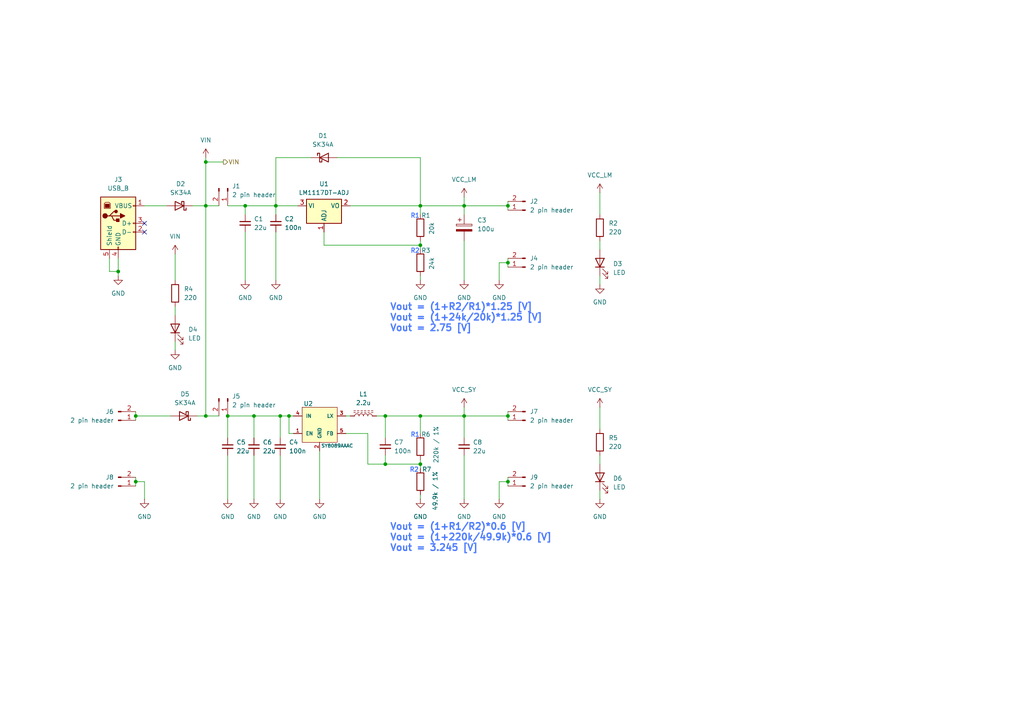
<source format=kicad_sch>
(kicad_sch
	(version 20231120)
	(generator "eeschema")
	(generator_version "8.0")
	(uuid "79d78ed4-a2fb-4631-b489-d121efe37ae8")
	(paper "A4")
	(lib_symbols
		(symbol "Connector:Conn_01x02_Pin"
			(pin_names
				(offset 1.016) hide)
			(exclude_from_sim no)
			(in_bom yes)
			(on_board yes)
			(property "Reference" "J"
				(at 0 2.54 0)
				(effects
					(font
						(size 1.27 1.27)
					)
				)
			)
			(property "Value" "Conn_01x02_Pin"
				(at 0 -5.08 0)
				(effects
					(font
						(size 1.27 1.27)
					)
				)
			)
			(property "Footprint" ""
				(at 0 0 0)
				(effects
					(font
						(size 1.27 1.27)
					)
					(hide yes)
				)
			)
			(property "Datasheet" "~"
				(at 0 0 0)
				(effects
					(font
						(size 1.27 1.27)
					)
					(hide yes)
				)
			)
			(property "Description" "Generic connector, single row, 01x02, script generated"
				(at 0 0 0)
				(effects
					(font
						(size 1.27 1.27)
					)
					(hide yes)
				)
			)
			(property "ki_locked" ""
				(at 0 0 0)
				(effects
					(font
						(size 1.27 1.27)
					)
				)
			)
			(property "ki_keywords" "connector"
				(at 0 0 0)
				(effects
					(font
						(size 1.27 1.27)
					)
					(hide yes)
				)
			)
			(property "ki_fp_filters" "Connector*:*_1x??_*"
				(at 0 0 0)
				(effects
					(font
						(size 1.27 1.27)
					)
					(hide yes)
				)
			)
			(symbol "Conn_01x02_Pin_1_1"
				(polyline
					(pts
						(xy 1.27 -2.54) (xy 0.8636 -2.54)
					)
					(stroke
						(width 0.1524)
						(type default)
					)
					(fill
						(type none)
					)
				)
				(polyline
					(pts
						(xy 1.27 0) (xy 0.8636 0)
					)
					(stroke
						(width 0.1524)
						(type default)
					)
					(fill
						(type none)
					)
				)
				(rectangle
					(start 0.8636 -2.413)
					(end 0 -2.667)
					(stroke
						(width 0.1524)
						(type default)
					)
					(fill
						(type outline)
					)
				)
				(rectangle
					(start 0.8636 0.127)
					(end 0 -0.127)
					(stroke
						(width 0.1524)
						(type default)
					)
					(fill
						(type outline)
					)
				)
				(pin passive line
					(at 5.08 0 180)
					(length 3.81)
					(name "Pin_1"
						(effects
							(font
								(size 1.27 1.27)
							)
						)
					)
					(number "1"
						(effects
							(font
								(size 1.27 1.27)
							)
						)
					)
				)
				(pin passive line
					(at 5.08 -2.54 180)
					(length 3.81)
					(name "Pin_2"
						(effects
							(font
								(size 1.27 1.27)
							)
						)
					)
					(number "2"
						(effects
							(font
								(size 1.27 1.27)
							)
						)
					)
				)
			)
		)
		(symbol "Connector:USB_B"
			(pin_names
				(offset 1.016)
			)
			(exclude_from_sim no)
			(in_bom yes)
			(on_board yes)
			(property "Reference" "J"
				(at -5.08 11.43 0)
				(effects
					(font
						(size 1.27 1.27)
					)
					(justify left)
				)
			)
			(property "Value" "USB_B"
				(at -5.08 8.89 0)
				(effects
					(font
						(size 1.27 1.27)
					)
					(justify left)
				)
			)
			(property "Footprint" ""
				(at 3.81 -1.27 0)
				(effects
					(font
						(size 1.27 1.27)
					)
					(hide yes)
				)
			)
			(property "Datasheet" "~"
				(at 3.81 -1.27 0)
				(effects
					(font
						(size 1.27 1.27)
					)
					(hide yes)
				)
			)
			(property "Description" "USB Type B connector"
				(at 0 0 0)
				(effects
					(font
						(size 1.27 1.27)
					)
					(hide yes)
				)
			)
			(property "ki_keywords" "connector USB"
				(at 0 0 0)
				(effects
					(font
						(size 1.27 1.27)
					)
					(hide yes)
				)
			)
			(property "ki_fp_filters" "USB*"
				(at 0 0 0)
				(effects
					(font
						(size 1.27 1.27)
					)
					(hide yes)
				)
			)
			(symbol "USB_B_0_1"
				(rectangle
					(start -5.08 -7.62)
					(end 5.08 7.62)
					(stroke
						(width 0.254)
						(type default)
					)
					(fill
						(type background)
					)
				)
				(circle
					(center -3.81 2.159)
					(radius 0.635)
					(stroke
						(width 0.254)
						(type default)
					)
					(fill
						(type outline)
					)
				)
				(rectangle
					(start -3.81 5.588)
					(end -2.54 4.572)
					(stroke
						(width 0)
						(type default)
					)
					(fill
						(type outline)
					)
				)
				(circle
					(center -0.635 3.429)
					(radius 0.381)
					(stroke
						(width 0.254)
						(type default)
					)
					(fill
						(type outline)
					)
				)
				(rectangle
					(start -0.127 -7.62)
					(end 0.127 -6.858)
					(stroke
						(width 0)
						(type default)
					)
					(fill
						(type none)
					)
				)
				(polyline
					(pts
						(xy -1.905 2.159) (xy 0.635 2.159)
					)
					(stroke
						(width 0.254)
						(type default)
					)
					(fill
						(type none)
					)
				)
				(polyline
					(pts
						(xy -3.175 2.159) (xy -2.54 2.159) (xy -1.27 3.429) (xy -0.635 3.429)
					)
					(stroke
						(width 0.254)
						(type default)
					)
					(fill
						(type none)
					)
				)
				(polyline
					(pts
						(xy -2.54 2.159) (xy -1.905 2.159) (xy -1.27 0.889) (xy 0 0.889)
					)
					(stroke
						(width 0.254)
						(type default)
					)
					(fill
						(type none)
					)
				)
				(polyline
					(pts
						(xy 0.635 2.794) (xy 0.635 1.524) (xy 1.905 2.159) (xy 0.635 2.794)
					)
					(stroke
						(width 0.254)
						(type default)
					)
					(fill
						(type outline)
					)
				)
				(polyline
					(pts
						(xy -4.064 4.318) (xy -2.286 4.318) (xy -2.286 5.715) (xy -2.667 6.096) (xy -3.683 6.096) (xy -4.064 5.715)
						(xy -4.064 4.318)
					)
					(stroke
						(width 0)
						(type default)
					)
					(fill
						(type none)
					)
				)
				(rectangle
					(start 0.254 1.27)
					(end -0.508 0.508)
					(stroke
						(width 0.254)
						(type default)
					)
					(fill
						(type outline)
					)
				)
				(rectangle
					(start 5.08 -2.667)
					(end 4.318 -2.413)
					(stroke
						(width 0)
						(type default)
					)
					(fill
						(type none)
					)
				)
				(rectangle
					(start 5.08 -0.127)
					(end 4.318 0.127)
					(stroke
						(width 0)
						(type default)
					)
					(fill
						(type none)
					)
				)
				(rectangle
					(start 5.08 4.953)
					(end 4.318 5.207)
					(stroke
						(width 0)
						(type default)
					)
					(fill
						(type none)
					)
				)
			)
			(symbol "USB_B_1_1"
				(pin power_out line
					(at 7.62 5.08 180)
					(length 2.54)
					(name "VBUS"
						(effects
							(font
								(size 1.27 1.27)
							)
						)
					)
					(number "1"
						(effects
							(font
								(size 1.27 1.27)
							)
						)
					)
				)
				(pin bidirectional line
					(at 7.62 -2.54 180)
					(length 2.54)
					(name "D-"
						(effects
							(font
								(size 1.27 1.27)
							)
						)
					)
					(number "2"
						(effects
							(font
								(size 1.27 1.27)
							)
						)
					)
				)
				(pin bidirectional line
					(at 7.62 0 180)
					(length 2.54)
					(name "D+"
						(effects
							(font
								(size 1.27 1.27)
							)
						)
					)
					(number "3"
						(effects
							(font
								(size 1.27 1.27)
							)
						)
					)
				)
				(pin power_out line
					(at 0 -10.16 90)
					(length 2.54)
					(name "GND"
						(effects
							(font
								(size 1.27 1.27)
							)
						)
					)
					(number "4"
						(effects
							(font
								(size 1.27 1.27)
							)
						)
					)
				)
				(pin passive line
					(at -2.54 -10.16 90)
					(length 2.54)
					(name "Shield"
						(effects
							(font
								(size 1.27 1.27)
							)
						)
					)
					(number "5"
						(effects
							(font
								(size 1.27 1.27)
							)
						)
					)
				)
			)
		)
		(symbol "Device:C_Polarized"
			(pin_numbers hide)
			(pin_names
				(offset 0.254)
			)
			(exclude_from_sim no)
			(in_bom yes)
			(on_board yes)
			(property "Reference" "C"
				(at 0.635 2.54 0)
				(effects
					(font
						(size 1.27 1.27)
					)
					(justify left)
				)
			)
			(property "Value" "C_Polarized"
				(at 0.635 -2.54 0)
				(effects
					(font
						(size 1.27 1.27)
					)
					(justify left)
				)
			)
			(property "Footprint" ""
				(at 0.9652 -3.81 0)
				(effects
					(font
						(size 1.27 1.27)
					)
					(hide yes)
				)
			)
			(property "Datasheet" "~"
				(at 0 0 0)
				(effects
					(font
						(size 1.27 1.27)
					)
					(hide yes)
				)
			)
			(property "Description" "Polarized capacitor"
				(at 0 0 0)
				(effects
					(font
						(size 1.27 1.27)
					)
					(hide yes)
				)
			)
			(property "ki_keywords" "cap capacitor"
				(at 0 0 0)
				(effects
					(font
						(size 1.27 1.27)
					)
					(hide yes)
				)
			)
			(property "ki_fp_filters" "CP_*"
				(at 0 0 0)
				(effects
					(font
						(size 1.27 1.27)
					)
					(hide yes)
				)
			)
			(symbol "C_Polarized_0_1"
				(rectangle
					(start -2.286 0.508)
					(end 2.286 1.016)
					(stroke
						(width 0)
						(type default)
					)
					(fill
						(type none)
					)
				)
				(polyline
					(pts
						(xy -1.778 2.286) (xy -0.762 2.286)
					)
					(stroke
						(width 0)
						(type default)
					)
					(fill
						(type none)
					)
				)
				(polyline
					(pts
						(xy -1.27 2.794) (xy -1.27 1.778)
					)
					(stroke
						(width 0)
						(type default)
					)
					(fill
						(type none)
					)
				)
				(rectangle
					(start 2.286 -0.508)
					(end -2.286 -1.016)
					(stroke
						(width 0)
						(type default)
					)
					(fill
						(type outline)
					)
				)
			)
			(symbol "C_Polarized_1_1"
				(pin passive line
					(at 0 3.81 270)
					(length 2.794)
					(name "~"
						(effects
							(font
								(size 1.27 1.27)
							)
						)
					)
					(number "1"
						(effects
							(font
								(size 1.27 1.27)
							)
						)
					)
				)
				(pin passive line
					(at 0 -3.81 90)
					(length 2.794)
					(name "~"
						(effects
							(font
								(size 1.27 1.27)
							)
						)
					)
					(number "2"
						(effects
							(font
								(size 1.27 1.27)
							)
						)
					)
				)
			)
		)
		(symbol "Device:C_Small"
			(pin_numbers hide)
			(pin_names
				(offset 0.254) hide)
			(exclude_from_sim no)
			(in_bom yes)
			(on_board yes)
			(property "Reference" "C"
				(at 0.254 1.778 0)
				(effects
					(font
						(size 1.27 1.27)
					)
					(justify left)
				)
			)
			(property "Value" "C_Small"
				(at 0.254 -2.032 0)
				(effects
					(font
						(size 1.27 1.27)
					)
					(justify left)
				)
			)
			(property "Footprint" ""
				(at 0 0 0)
				(effects
					(font
						(size 1.27 1.27)
					)
					(hide yes)
				)
			)
			(property "Datasheet" "~"
				(at 0 0 0)
				(effects
					(font
						(size 1.27 1.27)
					)
					(hide yes)
				)
			)
			(property "Description" "Unpolarized capacitor, small symbol"
				(at 0 0 0)
				(effects
					(font
						(size 1.27 1.27)
					)
					(hide yes)
				)
			)
			(property "ki_keywords" "capacitor cap"
				(at 0 0 0)
				(effects
					(font
						(size 1.27 1.27)
					)
					(hide yes)
				)
			)
			(property "ki_fp_filters" "C_*"
				(at 0 0 0)
				(effects
					(font
						(size 1.27 1.27)
					)
					(hide yes)
				)
			)
			(symbol "C_Small_0_1"
				(polyline
					(pts
						(xy -1.524 -0.508) (xy 1.524 -0.508)
					)
					(stroke
						(width 0.3302)
						(type default)
					)
					(fill
						(type none)
					)
				)
				(polyline
					(pts
						(xy -1.524 0.508) (xy 1.524 0.508)
					)
					(stroke
						(width 0.3048)
						(type default)
					)
					(fill
						(type none)
					)
				)
			)
			(symbol "C_Small_1_1"
				(pin passive line
					(at 0 2.54 270)
					(length 2.032)
					(name "~"
						(effects
							(font
								(size 1.27 1.27)
							)
						)
					)
					(number "1"
						(effects
							(font
								(size 1.27 1.27)
							)
						)
					)
				)
				(pin passive line
					(at 0 -2.54 90)
					(length 2.032)
					(name "~"
						(effects
							(font
								(size 1.27 1.27)
							)
						)
					)
					(number "2"
						(effects
							(font
								(size 1.27 1.27)
							)
						)
					)
				)
			)
		)
		(symbol "Device:D_Schottky"
			(pin_numbers hide)
			(pin_names
				(offset 1.016) hide)
			(exclude_from_sim no)
			(in_bom yes)
			(on_board yes)
			(property "Reference" "D"
				(at 0 2.54 0)
				(effects
					(font
						(size 1.27 1.27)
					)
				)
			)
			(property "Value" "D_Schottky"
				(at 0 -2.54 0)
				(effects
					(font
						(size 1.27 1.27)
					)
				)
			)
			(property "Footprint" ""
				(at 0 0 0)
				(effects
					(font
						(size 1.27 1.27)
					)
					(hide yes)
				)
			)
			(property "Datasheet" "~"
				(at 0 0 0)
				(effects
					(font
						(size 1.27 1.27)
					)
					(hide yes)
				)
			)
			(property "Description" "Schottky diode"
				(at 0 0 0)
				(effects
					(font
						(size 1.27 1.27)
					)
					(hide yes)
				)
			)
			(property "ki_keywords" "diode Schottky"
				(at 0 0 0)
				(effects
					(font
						(size 1.27 1.27)
					)
					(hide yes)
				)
			)
			(property "ki_fp_filters" "TO-???* *_Diode_* *SingleDiode* D_*"
				(at 0 0 0)
				(effects
					(font
						(size 1.27 1.27)
					)
					(hide yes)
				)
			)
			(symbol "D_Schottky_0_1"
				(polyline
					(pts
						(xy 1.27 0) (xy -1.27 0)
					)
					(stroke
						(width 0)
						(type default)
					)
					(fill
						(type none)
					)
				)
				(polyline
					(pts
						(xy 1.27 1.27) (xy 1.27 -1.27) (xy -1.27 0) (xy 1.27 1.27)
					)
					(stroke
						(width 0.254)
						(type default)
					)
					(fill
						(type none)
					)
				)
				(polyline
					(pts
						(xy -1.905 0.635) (xy -1.905 1.27) (xy -1.27 1.27) (xy -1.27 -1.27) (xy -0.635 -1.27) (xy -0.635 -0.635)
					)
					(stroke
						(width 0.254)
						(type default)
					)
					(fill
						(type none)
					)
				)
			)
			(symbol "D_Schottky_1_1"
				(pin passive line
					(at -3.81 0 0)
					(length 2.54)
					(name "K"
						(effects
							(font
								(size 1.27 1.27)
							)
						)
					)
					(number "1"
						(effects
							(font
								(size 1.27 1.27)
							)
						)
					)
				)
				(pin passive line
					(at 3.81 0 180)
					(length 2.54)
					(name "A"
						(effects
							(font
								(size 1.27 1.27)
							)
						)
					)
					(number "2"
						(effects
							(font
								(size 1.27 1.27)
							)
						)
					)
				)
			)
		)
		(symbol "Device:LED"
			(pin_numbers hide)
			(pin_names
				(offset 1.016) hide)
			(exclude_from_sim no)
			(in_bom yes)
			(on_board yes)
			(property "Reference" "D"
				(at 0 2.54 0)
				(effects
					(font
						(size 1.27 1.27)
					)
				)
			)
			(property "Value" "LED"
				(at 0 -2.54 0)
				(effects
					(font
						(size 1.27 1.27)
					)
				)
			)
			(property "Footprint" ""
				(at 0 0 0)
				(effects
					(font
						(size 1.27 1.27)
					)
					(hide yes)
				)
			)
			(property "Datasheet" "~"
				(at 0 0 0)
				(effects
					(font
						(size 1.27 1.27)
					)
					(hide yes)
				)
			)
			(property "Description" "Light emitting diode"
				(at 0 0 0)
				(effects
					(font
						(size 1.27 1.27)
					)
					(hide yes)
				)
			)
			(property "ki_keywords" "LED diode"
				(at 0 0 0)
				(effects
					(font
						(size 1.27 1.27)
					)
					(hide yes)
				)
			)
			(property "ki_fp_filters" "LED* LED_SMD:* LED_THT:*"
				(at 0 0 0)
				(effects
					(font
						(size 1.27 1.27)
					)
					(hide yes)
				)
			)
			(symbol "LED_0_1"
				(polyline
					(pts
						(xy -1.27 -1.27) (xy -1.27 1.27)
					)
					(stroke
						(width 0.254)
						(type default)
					)
					(fill
						(type none)
					)
				)
				(polyline
					(pts
						(xy -1.27 0) (xy 1.27 0)
					)
					(stroke
						(width 0)
						(type default)
					)
					(fill
						(type none)
					)
				)
				(polyline
					(pts
						(xy 1.27 -1.27) (xy 1.27 1.27) (xy -1.27 0) (xy 1.27 -1.27)
					)
					(stroke
						(width 0.254)
						(type default)
					)
					(fill
						(type none)
					)
				)
				(polyline
					(pts
						(xy -3.048 -0.762) (xy -4.572 -2.286) (xy -3.81 -2.286) (xy -4.572 -2.286) (xy -4.572 -1.524)
					)
					(stroke
						(width 0)
						(type default)
					)
					(fill
						(type none)
					)
				)
				(polyline
					(pts
						(xy -1.778 -0.762) (xy -3.302 -2.286) (xy -2.54 -2.286) (xy -3.302 -2.286) (xy -3.302 -1.524)
					)
					(stroke
						(width 0)
						(type default)
					)
					(fill
						(type none)
					)
				)
			)
			(symbol "LED_1_1"
				(pin passive line
					(at -3.81 0 0)
					(length 2.54)
					(name "K"
						(effects
							(font
								(size 1.27 1.27)
							)
						)
					)
					(number "1"
						(effects
							(font
								(size 1.27 1.27)
							)
						)
					)
				)
				(pin passive line
					(at 3.81 0 180)
					(length 2.54)
					(name "A"
						(effects
							(font
								(size 1.27 1.27)
							)
						)
					)
					(number "2"
						(effects
							(font
								(size 1.27 1.27)
							)
						)
					)
				)
			)
		)
		(symbol "Device:L_Ferrite"
			(pin_numbers hide)
			(pin_names
				(offset 1.016) hide)
			(exclude_from_sim no)
			(in_bom yes)
			(on_board yes)
			(property "Reference" "L"
				(at -1.27 0 90)
				(effects
					(font
						(size 1.27 1.27)
					)
				)
			)
			(property "Value" "L_Ferrite"
				(at 2.794 0 90)
				(effects
					(font
						(size 1.27 1.27)
					)
				)
			)
			(property "Footprint" ""
				(at 0 0 0)
				(effects
					(font
						(size 1.27 1.27)
					)
					(hide yes)
				)
			)
			(property "Datasheet" "~"
				(at 0 0 0)
				(effects
					(font
						(size 1.27 1.27)
					)
					(hide yes)
				)
			)
			(property "Description" "Inductor with ferrite core"
				(at 0 0 0)
				(effects
					(font
						(size 1.27 1.27)
					)
					(hide yes)
				)
			)
			(property "ki_keywords" "inductor choke coil reactor magnetic"
				(at 0 0 0)
				(effects
					(font
						(size 1.27 1.27)
					)
					(hide yes)
				)
			)
			(property "ki_fp_filters" "Choke_* *Coil* Inductor_* L_*"
				(at 0 0 0)
				(effects
					(font
						(size 1.27 1.27)
					)
					(hide yes)
				)
			)
			(symbol "L_Ferrite_0_1"
				(arc
					(start 0 -2.54)
					(mid 0.6323 -1.905)
					(end 0 -1.27)
					(stroke
						(width 0)
						(type default)
					)
					(fill
						(type none)
					)
				)
				(arc
					(start 0 -1.27)
					(mid 0.6323 -0.635)
					(end 0 0)
					(stroke
						(width 0)
						(type default)
					)
					(fill
						(type none)
					)
				)
				(polyline
					(pts
						(xy 1.016 -2.794) (xy 1.016 -2.286)
					)
					(stroke
						(width 0)
						(type default)
					)
					(fill
						(type none)
					)
				)
				(polyline
					(pts
						(xy 1.016 -1.778) (xy 1.016 -1.27)
					)
					(stroke
						(width 0)
						(type default)
					)
					(fill
						(type none)
					)
				)
				(polyline
					(pts
						(xy 1.016 -0.762) (xy 1.016 -0.254)
					)
					(stroke
						(width 0)
						(type default)
					)
					(fill
						(type none)
					)
				)
				(polyline
					(pts
						(xy 1.016 0.254) (xy 1.016 0.762)
					)
					(stroke
						(width 0)
						(type default)
					)
					(fill
						(type none)
					)
				)
				(polyline
					(pts
						(xy 1.016 1.27) (xy 1.016 1.778)
					)
					(stroke
						(width 0)
						(type default)
					)
					(fill
						(type none)
					)
				)
				(polyline
					(pts
						(xy 1.016 2.286) (xy 1.016 2.794)
					)
					(stroke
						(width 0)
						(type default)
					)
					(fill
						(type none)
					)
				)
				(polyline
					(pts
						(xy 1.524 -2.286) (xy 1.524 -2.794)
					)
					(stroke
						(width 0)
						(type default)
					)
					(fill
						(type none)
					)
				)
				(polyline
					(pts
						(xy 1.524 -1.27) (xy 1.524 -1.778)
					)
					(stroke
						(width 0)
						(type default)
					)
					(fill
						(type none)
					)
				)
				(polyline
					(pts
						(xy 1.524 -0.254) (xy 1.524 -0.762)
					)
					(stroke
						(width 0)
						(type default)
					)
					(fill
						(type none)
					)
				)
				(polyline
					(pts
						(xy 1.524 0.762) (xy 1.524 0.254)
					)
					(stroke
						(width 0)
						(type default)
					)
					(fill
						(type none)
					)
				)
				(polyline
					(pts
						(xy 1.524 1.778) (xy 1.524 1.27)
					)
					(stroke
						(width 0)
						(type default)
					)
					(fill
						(type none)
					)
				)
				(polyline
					(pts
						(xy 1.524 2.794) (xy 1.524 2.286)
					)
					(stroke
						(width 0)
						(type default)
					)
					(fill
						(type none)
					)
				)
				(arc
					(start 0 0)
					(mid 0.6323 0.635)
					(end 0 1.27)
					(stroke
						(width 0)
						(type default)
					)
					(fill
						(type none)
					)
				)
				(arc
					(start 0 1.27)
					(mid 0.6323 1.905)
					(end 0 2.54)
					(stroke
						(width 0)
						(type default)
					)
					(fill
						(type none)
					)
				)
			)
			(symbol "L_Ferrite_1_1"
				(pin passive line
					(at 0 3.81 270)
					(length 1.27)
					(name "1"
						(effects
							(font
								(size 1.27 1.27)
							)
						)
					)
					(number "1"
						(effects
							(font
								(size 1.27 1.27)
							)
						)
					)
				)
				(pin passive line
					(at 0 -3.81 90)
					(length 1.27)
					(name "2"
						(effects
							(font
								(size 1.27 1.27)
							)
						)
					)
					(number "2"
						(effects
							(font
								(size 1.27 1.27)
							)
						)
					)
				)
			)
		)
		(symbol "Device:R"
			(pin_numbers hide)
			(pin_names
				(offset 0)
			)
			(exclude_from_sim no)
			(in_bom yes)
			(on_board yes)
			(property "Reference" "R"
				(at 2.032 0 90)
				(effects
					(font
						(size 1.27 1.27)
					)
				)
			)
			(property "Value" "R"
				(at 0 0 90)
				(effects
					(font
						(size 1.27 1.27)
					)
				)
			)
			(property "Footprint" ""
				(at -1.778 0 90)
				(effects
					(font
						(size 1.27 1.27)
					)
					(hide yes)
				)
			)
			(property "Datasheet" "~"
				(at 0 0 0)
				(effects
					(font
						(size 1.27 1.27)
					)
					(hide yes)
				)
			)
			(property "Description" "Resistor"
				(at 0 0 0)
				(effects
					(font
						(size 1.27 1.27)
					)
					(hide yes)
				)
			)
			(property "ki_keywords" "R res resistor"
				(at 0 0 0)
				(effects
					(font
						(size 1.27 1.27)
					)
					(hide yes)
				)
			)
			(property "ki_fp_filters" "R_*"
				(at 0 0 0)
				(effects
					(font
						(size 1.27 1.27)
					)
					(hide yes)
				)
			)
			(symbol "R_0_1"
				(rectangle
					(start -1.016 -2.54)
					(end 1.016 2.54)
					(stroke
						(width 0.254)
						(type default)
					)
					(fill
						(type none)
					)
				)
			)
			(symbol "R_1_1"
				(pin passive line
					(at 0 3.81 270)
					(length 1.27)
					(name "~"
						(effects
							(font
								(size 1.27 1.27)
							)
						)
					)
					(number "1"
						(effects
							(font
								(size 1.27 1.27)
							)
						)
					)
				)
				(pin passive line
					(at 0 -3.81 90)
					(length 1.27)
					(name "~"
						(effects
							(font
								(size 1.27 1.27)
							)
						)
					)
					(number "2"
						(effects
							(font
								(size 1.27 1.27)
							)
						)
					)
				)
			)
		)
		(symbol "ESP32-DevKit-Lipo_Rev_C:SY8009AAAC(SOT23-5)"
			(pin_names
				(offset 1.016)
			)
			(exclude_from_sim no)
			(in_bom yes)
			(on_board yes)
			(property "Reference" "U?"
				(at -4.064 6.096 0)
				(effects
					(font
						(size 1.27 1.27)
					)
				)
			)
			(property "Value" "SY8089AAAC"
				(at 5.08 -6.096 0)
				(effects
					(font
						(size 0.9906 0.9906)
					)
				)
			)
			(property "Footprint" ""
				(at 0.762 3.81 0)
				(effects
					(font
						(size 0.508 0.508)
					)
					(hide yes)
				)
			)
			(property "Datasheet" ""
				(at 0 0 0)
				(effects
					(font
						(size 1.524 1.524)
					)
					(hide yes)
				)
			)
			(property "Description" ""
				(at 0 0 0)
				(effects
					(font
						(size 1.27 1.27)
					)
					(hide yes)
				)
			)
			(property "Note" ""
				(at 0 0 0)
				(effects
					(font
						(size 1.524 1.524)
					)
					(hide yes)
				)
			)
			(property "ki_fp_filters" "*SOT23-5*"
				(at 0 0 0)
				(effects
					(font
						(size 1.27 1.27)
					)
					(hide yes)
				)
			)
			(symbol "SY8009AAAC(SOT23-5)_0_1"
				(rectangle
					(start -5.08 5.08)
					(end 5.08 -5.08)
					(stroke
						(width 0)
						(type solid)
					)
					(fill
						(type background)
					)
				)
			)
			(symbol "SY8009AAAC(SOT23-5)_1_1"
				(pin input line
					(at -7.62 -2.54 0)
					(length 2.54)
					(name "EN"
						(effects
							(font
								(size 1.016 1.016)
							)
						)
					)
					(number "1"
						(effects
							(font
								(size 1.016 1.016)
							)
						)
					)
				)
				(pin power_in line
					(at 0 -7.62 90)
					(length 2.54)
					(name "GND"
						(effects
							(font
								(size 1.016 1.016)
							)
						)
					)
					(number "2"
						(effects
							(font
								(size 1.016 1.016)
							)
						)
					)
				)
				(pin output line
					(at 7.62 2.54 180)
					(length 2.54)
					(name "LX"
						(effects
							(font
								(size 1.016 1.016)
							)
						)
					)
					(number "3"
						(effects
							(font
								(size 1.016 1.016)
							)
						)
					)
				)
				(pin input line
					(at -7.62 2.54 0)
					(length 2.54)
					(name "IN"
						(effects
							(font
								(size 1.016 1.016)
							)
						)
					)
					(number "4"
						(effects
							(font
								(size 1.016 1.016)
							)
						)
					)
				)
				(pin input line
					(at 7.62 -2.54 180)
					(length 2.54)
					(name "FB"
						(effects
							(font
								(size 1.016 1.016)
							)
						)
					)
					(number "5"
						(effects
							(font
								(size 1.016 1.016)
							)
						)
					)
				)
			)
		)
		(symbol "Regulator_Linear:LM1117DT-ADJ"
			(exclude_from_sim no)
			(in_bom yes)
			(on_board yes)
			(property "Reference" "U"
				(at -3.81 3.175 0)
				(effects
					(font
						(size 1.27 1.27)
					)
				)
			)
			(property "Value" "LM1117DT-ADJ"
				(at 0 3.175 0)
				(effects
					(font
						(size 1.27 1.27)
					)
					(justify left)
				)
			)
			(property "Footprint" "Package_TO_SOT_SMD:TO-252-3_TabPin2"
				(at 0 0 0)
				(effects
					(font
						(size 1.27 1.27)
					)
					(hide yes)
				)
			)
			(property "Datasheet" "http://www.ti.com/lit/ds/symlink/lm1117.pdf"
				(at 0 0 0)
				(effects
					(font
						(size 1.27 1.27)
					)
					(hide yes)
				)
			)
			(property "Description" "800mA Low-Dropout Linear Regulator, adjustable output, TO-252"
				(at 0 0 0)
				(effects
					(font
						(size 1.27 1.27)
					)
					(hide yes)
				)
			)
			(property "ki_keywords" "linear regulator ldo adjustable positive"
				(at 0 0 0)
				(effects
					(font
						(size 1.27 1.27)
					)
					(hide yes)
				)
			)
			(property "ki_fp_filters" "TO?252*"
				(at 0 0 0)
				(effects
					(font
						(size 1.27 1.27)
					)
					(hide yes)
				)
			)
			(symbol "LM1117DT-ADJ_0_1"
				(rectangle
					(start -5.08 -5.08)
					(end 5.08 1.905)
					(stroke
						(width 0.254)
						(type default)
					)
					(fill
						(type background)
					)
				)
			)
			(symbol "LM1117DT-ADJ_1_1"
				(pin input line
					(at 0 -7.62 90)
					(length 2.54)
					(name "ADJ"
						(effects
							(font
								(size 1.27 1.27)
							)
						)
					)
					(number "1"
						(effects
							(font
								(size 1.27 1.27)
							)
						)
					)
				)
				(pin power_out line
					(at 7.62 0 180)
					(length 2.54)
					(name "VO"
						(effects
							(font
								(size 1.27 1.27)
							)
						)
					)
					(number "2"
						(effects
							(font
								(size 1.27 1.27)
							)
						)
					)
				)
				(pin power_in line
					(at -7.62 0 0)
					(length 2.54)
					(name "VI"
						(effects
							(font
								(size 1.27 1.27)
							)
						)
					)
					(number "3"
						(effects
							(font
								(size 1.27 1.27)
							)
						)
					)
				)
			)
		)
		(symbol "power:GND"
			(power)
			(pin_numbers hide)
			(pin_names
				(offset 0) hide)
			(exclude_from_sim no)
			(in_bom yes)
			(on_board yes)
			(property "Reference" "#PWR"
				(at 0 -6.35 0)
				(effects
					(font
						(size 1.27 1.27)
					)
					(hide yes)
				)
			)
			(property "Value" "GND"
				(at 0 -3.81 0)
				(effects
					(font
						(size 1.27 1.27)
					)
				)
			)
			(property "Footprint" ""
				(at 0 0 0)
				(effects
					(font
						(size 1.27 1.27)
					)
					(hide yes)
				)
			)
			(property "Datasheet" ""
				(at 0 0 0)
				(effects
					(font
						(size 1.27 1.27)
					)
					(hide yes)
				)
			)
			(property "Description" "Power symbol creates a global label with name \"GND\" , ground"
				(at 0 0 0)
				(effects
					(font
						(size 1.27 1.27)
					)
					(hide yes)
				)
			)
			(property "ki_keywords" "global power"
				(at 0 0 0)
				(effects
					(font
						(size 1.27 1.27)
					)
					(hide yes)
				)
			)
			(symbol "GND_0_1"
				(polyline
					(pts
						(xy 0 0) (xy 0 -1.27) (xy 1.27 -1.27) (xy 0 -2.54) (xy -1.27 -1.27) (xy 0 -1.27)
					)
					(stroke
						(width 0)
						(type default)
					)
					(fill
						(type none)
					)
				)
			)
			(symbol "GND_1_1"
				(pin power_in line
					(at 0 0 270)
					(length 0)
					(name "~"
						(effects
							(font
								(size 1.27 1.27)
							)
						)
					)
					(number "1"
						(effects
							(font
								(size 1.27 1.27)
							)
						)
					)
				)
			)
		)
		(symbol "power:VCC"
			(power)
			(pin_numbers hide)
			(pin_names
				(offset 0) hide)
			(exclude_from_sim no)
			(in_bom yes)
			(on_board yes)
			(property "Reference" "#PWR"
				(at 0 -3.81 0)
				(effects
					(font
						(size 1.27 1.27)
					)
					(hide yes)
				)
			)
			(property "Value" "VCC"
				(at 0 3.556 0)
				(effects
					(font
						(size 1.27 1.27)
					)
				)
			)
			(property "Footprint" ""
				(at 0 0 0)
				(effects
					(font
						(size 1.27 1.27)
					)
					(hide yes)
				)
			)
			(property "Datasheet" ""
				(at 0 0 0)
				(effects
					(font
						(size 1.27 1.27)
					)
					(hide yes)
				)
			)
			(property "Description" "Power symbol creates a global label with name \"VCC\""
				(at 0 0 0)
				(effects
					(font
						(size 1.27 1.27)
					)
					(hide yes)
				)
			)
			(property "ki_keywords" "global power"
				(at 0 0 0)
				(effects
					(font
						(size 1.27 1.27)
					)
					(hide yes)
				)
			)
			(symbol "VCC_0_1"
				(polyline
					(pts
						(xy -0.762 1.27) (xy 0 2.54)
					)
					(stroke
						(width 0)
						(type default)
					)
					(fill
						(type none)
					)
				)
				(polyline
					(pts
						(xy 0 0) (xy 0 2.54)
					)
					(stroke
						(width 0)
						(type default)
					)
					(fill
						(type none)
					)
				)
				(polyline
					(pts
						(xy 0 2.54) (xy 0.762 1.27)
					)
					(stroke
						(width 0)
						(type default)
					)
					(fill
						(type none)
					)
				)
			)
			(symbol "VCC_1_1"
				(pin power_in line
					(at 0 0 90)
					(length 0)
					(name "~"
						(effects
							(font
								(size 1.27 1.27)
							)
						)
					)
					(number "1"
						(effects
							(font
								(size 1.27 1.27)
							)
						)
					)
				)
			)
		)
	)
	(junction
		(at 83.82 120.65)
		(diameter 0)
		(color 0 0 0 0)
		(uuid "1ed2b951-3c33-43bc-9c2e-323e9ba1caeb")
	)
	(junction
		(at 59.69 120.65)
		(diameter 0)
		(color 0 0 0 0)
		(uuid "1f2c4d65-9666-4015-95a6-89e160d9c72d")
	)
	(junction
		(at 121.92 71.12)
		(diameter 0)
		(color 0 0 0 0)
		(uuid "3550b798-278c-450f-b553-c88a790008d0")
	)
	(junction
		(at 134.62 59.69)
		(diameter 0)
		(color 0 0 0 0)
		(uuid "3cc4cc7a-a7aa-4f5a-b725-5954e78f89de")
	)
	(junction
		(at 34.29 78.74)
		(diameter 0)
		(color 0 0 0 0)
		(uuid "3d159fb7-ae07-4476-90ad-8f8e3cc7416e")
	)
	(junction
		(at 73.66 120.65)
		(diameter 0)
		(color 0 0 0 0)
		(uuid "4d3ba0a7-9d01-459e-bf6b-d0cb940b69ab")
	)
	(junction
		(at 59.69 46.99)
		(diameter 0)
		(color 0 0 0 0)
		(uuid "5affe74a-1357-45ef-99c3-d737df30e247")
	)
	(junction
		(at 39.37 139.7)
		(diameter 0)
		(color 0 0 0 0)
		(uuid "5b53eedd-3c03-490b-a332-66ccbc2939ab")
	)
	(junction
		(at 147.32 59.69)
		(diameter 0)
		(color 0 0 0 0)
		(uuid "5dd0dbc5-62a8-4dc7-9108-6b82b8e8c133")
	)
	(junction
		(at 39.37 120.65)
		(diameter 0)
		(color 0 0 0 0)
		(uuid "865be67e-f8bf-4c0c-b83a-2845dda7935e")
	)
	(junction
		(at 121.92 59.69)
		(diameter 0)
		(color 0 0 0 0)
		(uuid "9c69ea9a-d15f-4b6a-8750-af1b96287ef7")
	)
	(junction
		(at 121.92 120.65)
		(diameter 0)
		(color 0 0 0 0)
		(uuid "a19aa1b2-ab4c-41f8-9d0d-284bd0d4161d")
	)
	(junction
		(at 111.76 134.62)
		(diameter 0)
		(color 0 0 0 0)
		(uuid "a40f882b-e9eb-4a9a-a2d9-3050cdfe6098")
	)
	(junction
		(at 59.69 59.69)
		(diameter 0)
		(color 0 0 0 0)
		(uuid "b68d1dd8-9f84-4d78-a0b0-71c6084b90e0")
	)
	(junction
		(at 81.28 120.65)
		(diameter 0)
		(color 0 0 0 0)
		(uuid "b84d6736-650a-4624-9e1a-0d7e376ba624")
	)
	(junction
		(at 71.12 59.69)
		(diameter 0)
		(color 0 0 0 0)
		(uuid "ba7f193f-2195-4abf-94b9-d8024d1d4892")
	)
	(junction
		(at 121.92 134.62)
		(diameter 0)
		(color 0 0 0 0)
		(uuid "becb43d4-be20-464e-91bf-11daef7238d0")
	)
	(junction
		(at 80.01 59.69)
		(diameter 0)
		(color 0 0 0 0)
		(uuid "c5a0da5a-07ba-4624-8919-fa51a1bb2eb8")
	)
	(junction
		(at 66.04 120.65)
		(diameter 0)
		(color 0 0 0 0)
		(uuid "c60294d2-481e-461d-bf8d-bbc0d6fe1073")
	)
	(junction
		(at 147.32 120.65)
		(diameter 0)
		(color 0 0 0 0)
		(uuid "c7cf47e3-e50f-489f-abce-cbc997538437")
	)
	(junction
		(at 111.76 120.65)
		(diameter 0)
		(color 0 0 0 0)
		(uuid "d46d2536-64c2-4d05-946b-6f8389404b6d")
	)
	(junction
		(at 147.32 76.2)
		(diameter 0)
		(color 0 0 0 0)
		(uuid "daf8d8d8-d172-4981-a39f-571cde27adc0")
	)
	(junction
		(at 134.62 120.65)
		(diameter 0)
		(color 0 0 0 0)
		(uuid "e2b85142-219c-43a8-9fd1-c67c19cb34e2")
	)
	(junction
		(at 147.32 139.7)
		(diameter 0)
		(color 0 0 0 0)
		(uuid "ec4a540f-7acd-4ba4-b889-179cd8d6e941")
	)
	(no_connect
		(at 41.91 64.77)
		(uuid "57b05d91-ca73-43e4-9407-bcc81f194928")
	)
	(no_connect
		(at 41.91 67.31)
		(uuid "e4c807e5-029f-4184-a059-ce1799af6b55")
	)
	(wire
		(pts
			(xy 59.69 59.69) (xy 63.5 59.69)
		)
		(stroke
			(width 0)
			(type default)
		)
		(uuid "04bfa870-a048-4c8c-b8f8-144b27ede51f")
	)
	(wire
		(pts
			(xy 100.33 120.65) (xy 101.6 120.65)
		)
		(stroke
			(width 0)
			(type default)
		)
		(uuid "0583548b-e7f9-4d52-9b93-d5d81244861d")
	)
	(wire
		(pts
			(xy 71.12 59.69) (xy 80.01 59.69)
		)
		(stroke
			(width 0)
			(type default)
		)
		(uuid "0a0b7040-617f-4a8c-82ed-755d09aec4a1")
	)
	(wire
		(pts
			(xy 173.99 132.08) (xy 173.99 134.62)
		)
		(stroke
			(width 0)
			(type default)
		)
		(uuid "0a1e6a29-be9e-47ee-885a-45c25afaf0a8")
	)
	(wire
		(pts
			(xy 59.69 46.99) (xy 64.77 46.99)
		)
		(stroke
			(width 0)
			(type default)
		)
		(uuid "0a89b1df-86b7-4ef7-b39e-64ba94b7d84b")
	)
	(wire
		(pts
			(xy 121.92 120.65) (xy 134.62 120.65)
		)
		(stroke
			(width 0)
			(type default)
		)
		(uuid "11083e11-1657-4bf3-9550-94e391ba78b5")
	)
	(wire
		(pts
			(xy 81.28 132.08) (xy 81.28 144.78)
		)
		(stroke
			(width 0)
			(type default)
		)
		(uuid "1bc70fcb-2cd0-4ad0-8c6a-d4b8f02bf375")
	)
	(wire
		(pts
			(xy 81.28 120.65) (xy 83.82 120.65)
		)
		(stroke
			(width 0)
			(type default)
		)
		(uuid "1c51a5df-0694-494f-abd2-e2794e358dcd")
	)
	(wire
		(pts
			(xy 92.71 130.81) (xy 92.71 144.78)
		)
		(stroke
			(width 0)
			(type default)
		)
		(uuid "1cf9fcf2-1141-46a1-af1d-e08e01d954ee")
	)
	(wire
		(pts
			(xy 39.37 139.7) (xy 39.37 140.97)
		)
		(stroke
			(width 0)
			(type default)
		)
		(uuid "23f78353-b7b0-4c22-b335-921d9b6f5610")
	)
	(wire
		(pts
			(xy 111.76 134.62) (xy 106.68 134.62)
		)
		(stroke
			(width 0)
			(type default)
		)
		(uuid "25deb7d9-9091-408b-9f66-74577feee87e")
	)
	(wire
		(pts
			(xy 147.32 138.43) (xy 147.32 139.7)
		)
		(stroke
			(width 0)
			(type default)
		)
		(uuid "2b6243f7-555f-4dd5-8883-c304dd5a935e")
	)
	(wire
		(pts
			(xy 66.04 120.65) (xy 73.66 120.65)
		)
		(stroke
			(width 0)
			(type default)
		)
		(uuid "2d2e8783-c25f-437c-b003-24cced954cdf")
	)
	(wire
		(pts
			(xy 173.99 118.11) (xy 173.99 124.46)
		)
		(stroke
			(width 0)
			(type default)
		)
		(uuid "2e1f29ca-f902-448a-85a2-f3cfac6b36c5")
	)
	(wire
		(pts
			(xy 173.99 55.88) (xy 173.99 62.23)
		)
		(stroke
			(width 0)
			(type default)
		)
		(uuid "2f2ec986-844c-43a6-b728-f223a38943f5")
	)
	(wire
		(pts
			(xy 34.29 78.74) (xy 34.29 80.01)
		)
		(stroke
			(width 0)
			(type default)
		)
		(uuid "309e9e9e-b8e0-4f0d-bc32-c3510de7edca")
	)
	(wire
		(pts
			(xy 121.92 133.35) (xy 121.92 134.62)
		)
		(stroke
			(width 0)
			(type default)
		)
		(uuid "314bb587-3661-4b62-bdc4-b0c17df0ef7b")
	)
	(wire
		(pts
			(xy 73.66 132.08) (xy 73.66 144.78)
		)
		(stroke
			(width 0)
			(type default)
		)
		(uuid "31a7e88f-6565-4ba4-a452-328647a0e57a")
	)
	(wire
		(pts
			(xy 121.92 45.72) (xy 121.92 59.69)
		)
		(stroke
			(width 0)
			(type default)
		)
		(uuid "3238e138-f6ae-4250-9aec-460540670178")
	)
	(wire
		(pts
			(xy 55.88 59.69) (xy 59.69 59.69)
		)
		(stroke
			(width 0)
			(type default)
		)
		(uuid "329c4971-bb36-473a-80ea-9393813559cf")
	)
	(wire
		(pts
			(xy 41.91 139.7) (xy 41.91 144.78)
		)
		(stroke
			(width 0)
			(type default)
		)
		(uuid "34ed59cf-a084-46b4-9351-94dc76f02324")
	)
	(wire
		(pts
			(xy 86.36 59.69) (xy 80.01 59.69)
		)
		(stroke
			(width 0)
			(type default)
		)
		(uuid "35691fca-3d18-4605-a765-e86e3aca1de1")
	)
	(wire
		(pts
			(xy 71.12 59.69) (xy 71.12 62.23)
		)
		(stroke
			(width 0)
			(type default)
		)
		(uuid "3737e375-cccc-4806-aff9-22df86da3b13")
	)
	(wire
		(pts
			(xy 121.92 143.51) (xy 121.92 144.78)
		)
		(stroke
			(width 0)
			(type default)
		)
		(uuid "3da2d5a6-eb66-4f27-8a42-c738cf29d6c6")
	)
	(wire
		(pts
			(xy 121.92 69.85) (xy 121.92 71.12)
		)
		(stroke
			(width 0)
			(type default)
		)
		(uuid "42eab7e1-508d-400a-a5e4-1693fcbeb7e3")
	)
	(wire
		(pts
			(xy 66.04 120.65) (xy 66.04 127)
		)
		(stroke
			(width 0)
			(type default)
		)
		(uuid "457fded7-7a00-4b85-9ecc-897b02c20d17")
	)
	(wire
		(pts
			(xy 71.12 67.31) (xy 71.12 81.28)
		)
		(stroke
			(width 0)
			(type default)
		)
		(uuid "48fa1197-f610-4b8e-b961-34803a34a270")
	)
	(wire
		(pts
			(xy 134.62 127) (xy 134.62 120.65)
		)
		(stroke
			(width 0)
			(type default)
		)
		(uuid "4dbc05d9-ec46-456b-a635-400da8ce7a7b")
	)
	(wire
		(pts
			(xy 134.62 59.69) (xy 147.32 59.69)
		)
		(stroke
			(width 0)
			(type default)
		)
		(uuid "4ebbb004-16ed-4b17-8d25-cc5e0252b557")
	)
	(wire
		(pts
			(xy 39.37 120.65) (xy 49.53 120.65)
		)
		(stroke
			(width 0)
			(type default)
		)
		(uuid "532b0dc9-7e3d-4d0a-b710-b468b276ec5b")
	)
	(wire
		(pts
			(xy 144.78 76.2) (xy 144.78 81.28)
		)
		(stroke
			(width 0)
			(type default)
		)
		(uuid "5aaf3984-bc06-4657-9265-b42373dd9c92")
	)
	(wire
		(pts
			(xy 85.09 125.73) (xy 83.82 125.73)
		)
		(stroke
			(width 0)
			(type default)
		)
		(uuid "5e46dd60-7b72-4db8-afa5-fe191a00d424")
	)
	(wire
		(pts
			(xy 121.92 71.12) (xy 121.92 72.39)
		)
		(stroke
			(width 0)
			(type default)
		)
		(uuid "5ea57390-cef4-40dc-ad29-8ae3bce254ae")
	)
	(wire
		(pts
			(xy 134.62 59.69) (xy 134.62 62.23)
		)
		(stroke
			(width 0)
			(type default)
		)
		(uuid "6019e2fa-d14c-4e34-9762-6ec9ee5910d2")
	)
	(wire
		(pts
			(xy 48.26 59.69) (xy 41.91 59.69)
		)
		(stroke
			(width 0)
			(type default)
		)
		(uuid "638e7977-9737-4bf2-9c30-9987b820961e")
	)
	(wire
		(pts
			(xy 50.8 73.66) (xy 50.8 81.28)
		)
		(stroke
			(width 0)
			(type default)
		)
		(uuid "658347f2-2402-4c00-b506-3846262241da")
	)
	(wire
		(pts
			(xy 31.75 78.74) (xy 34.29 78.74)
		)
		(stroke
			(width 0)
			(type default)
		)
		(uuid "68210d7b-51d1-4636-ad61-a3b4bf60d381")
	)
	(wire
		(pts
			(xy 57.15 120.65) (xy 59.69 120.65)
		)
		(stroke
			(width 0)
			(type default)
		)
		(uuid "69c4e331-d223-4991-8759-8b6548fad850")
	)
	(wire
		(pts
			(xy 93.98 71.12) (xy 93.98 67.31)
		)
		(stroke
			(width 0)
			(type default)
		)
		(uuid "6c833312-a347-484e-8933-e2843b3470d7")
	)
	(wire
		(pts
			(xy 111.76 127) (xy 111.76 120.65)
		)
		(stroke
			(width 0)
			(type default)
		)
		(uuid "72de1aa5-be39-4db7-ac7b-353d1c44d7e3")
	)
	(wire
		(pts
			(xy 80.01 59.69) (xy 80.01 62.23)
		)
		(stroke
			(width 0)
			(type default)
		)
		(uuid "74107b0e-98ca-48ea-988b-cf460d6a0319")
	)
	(wire
		(pts
			(xy 90.17 45.72) (xy 80.01 45.72)
		)
		(stroke
			(width 0)
			(type default)
		)
		(uuid "747c32aa-c203-460b-a499-17dad787a2bd")
	)
	(wire
		(pts
			(xy 173.99 142.24) (xy 173.99 144.78)
		)
		(stroke
			(width 0)
			(type default)
		)
		(uuid "75f8a6e3-2aea-457c-ae85-66d8d220d9e6")
	)
	(wire
		(pts
			(xy 111.76 120.65) (xy 121.92 120.65)
		)
		(stroke
			(width 0)
			(type default)
		)
		(uuid "773a3960-135b-4727-bbd7-539c978bbf7e")
	)
	(wire
		(pts
			(xy 134.62 118.11) (xy 134.62 120.65)
		)
		(stroke
			(width 0)
			(type default)
		)
		(uuid "791120c9-6998-42ea-b0da-4377e2e54178")
	)
	(wire
		(pts
			(xy 121.92 59.69) (xy 134.62 59.69)
		)
		(stroke
			(width 0)
			(type default)
		)
		(uuid "7b204e9d-d930-40df-bd02-c1b5c9b5b4f4")
	)
	(wire
		(pts
			(xy 39.37 119.38) (xy 39.37 120.65)
		)
		(stroke
			(width 0)
			(type default)
		)
		(uuid "80583d51-5e3e-4e3b-aa45-984db020f070")
	)
	(wire
		(pts
			(xy 111.76 134.62) (xy 121.92 134.62)
		)
		(stroke
			(width 0)
			(type default)
		)
		(uuid "83e81009-0bd5-49b6-9a89-e0fcb804d29c")
	)
	(wire
		(pts
			(xy 66.04 132.08) (xy 66.04 144.78)
		)
		(stroke
			(width 0)
			(type default)
		)
		(uuid "859bce61-7d09-466e-837e-f44e6aa6d0ae")
	)
	(wire
		(pts
			(xy 121.92 120.65) (xy 121.92 125.73)
		)
		(stroke
			(width 0)
			(type default)
		)
		(uuid "8a482d29-3dcf-49e9-9f07-9ee1c141893a")
	)
	(wire
		(pts
			(xy 147.32 139.7) (xy 144.78 139.7)
		)
		(stroke
			(width 0)
			(type default)
		)
		(uuid "8ad1fe0d-51d9-4ef0-9390-a05bde9ccd33")
	)
	(wire
		(pts
			(xy 97.79 45.72) (xy 121.92 45.72)
		)
		(stroke
			(width 0)
			(type default)
		)
		(uuid "8d2d4788-0397-4832-9ef5-e5fc392e246b")
	)
	(wire
		(pts
			(xy 101.6 59.69) (xy 121.92 59.69)
		)
		(stroke
			(width 0)
			(type default)
		)
		(uuid "8d4a4654-cd34-4716-946f-7498c12fc30f")
	)
	(wire
		(pts
			(xy 173.99 80.01) (xy 173.99 82.55)
		)
		(stroke
			(width 0)
			(type default)
		)
		(uuid "8d95ff48-1071-40cc-b184-6129119ecaed")
	)
	(wire
		(pts
			(xy 121.92 80.01) (xy 121.92 81.28)
		)
		(stroke
			(width 0)
			(type default)
		)
		(uuid "92e98b40-8303-4ba1-a1a6-ef5159b02ba0")
	)
	(wire
		(pts
			(xy 173.99 69.85) (xy 173.99 72.39)
		)
		(stroke
			(width 0)
			(type default)
		)
		(uuid "93dd269f-eaaf-471a-bafc-99da015f1ab2")
	)
	(wire
		(pts
			(xy 134.62 132.08) (xy 134.62 144.78)
		)
		(stroke
			(width 0)
			(type default)
		)
		(uuid "982c4316-b699-49fc-9f47-b7f39756f4bc")
	)
	(wire
		(pts
			(xy 147.32 58.42) (xy 147.32 59.69)
		)
		(stroke
			(width 0)
			(type default)
		)
		(uuid "9c5527da-b584-44b1-b51d-7d4bcdff1c4c")
	)
	(wire
		(pts
			(xy 109.22 120.65) (xy 111.76 120.65)
		)
		(stroke
			(width 0)
			(type default)
		)
		(uuid "9e7f5b20-a5da-43b1-ae8a-9e59b89bfa72")
	)
	(wire
		(pts
			(xy 83.82 120.65) (xy 83.82 125.73)
		)
		(stroke
			(width 0)
			(type default)
		)
		(uuid "a3aa4f0e-c3a4-4d7c-842a-9ed9cacd1d55")
	)
	(wire
		(pts
			(xy 147.32 139.7) (xy 147.32 140.97)
		)
		(stroke
			(width 0)
			(type default)
		)
		(uuid "a7e553a5-39bb-4a93-a26f-15ce239e494e")
	)
	(wire
		(pts
			(xy 106.68 125.73) (xy 100.33 125.73)
		)
		(stroke
			(width 0)
			(type default)
		)
		(uuid "a9dcd3b8-5244-4793-a0dc-aa9180b3e7b4")
	)
	(wire
		(pts
			(xy 83.82 120.65) (xy 85.09 120.65)
		)
		(stroke
			(width 0)
			(type default)
		)
		(uuid "ab7f0574-1929-427a-9184-e4bf45a548b5")
	)
	(wire
		(pts
			(xy 39.37 120.65) (xy 39.37 121.92)
		)
		(stroke
			(width 0)
			(type default)
		)
		(uuid "ad580ab2-9a4f-48f1-8661-84dd4836ff3e")
	)
	(wire
		(pts
			(xy 39.37 139.7) (xy 41.91 139.7)
		)
		(stroke
			(width 0)
			(type default)
		)
		(uuid "ae778359-aeba-4f21-ace1-2498f84052bd")
	)
	(wire
		(pts
			(xy 147.32 119.38) (xy 147.32 120.65)
		)
		(stroke
			(width 0)
			(type default)
		)
		(uuid "b07cd5f2-b069-4db3-9d67-8d43c3bbc92d")
	)
	(wire
		(pts
			(xy 59.69 120.65) (xy 63.5 120.65)
		)
		(stroke
			(width 0)
			(type default)
		)
		(uuid "b6993c4a-4992-4542-a90a-2cdaa8d39e70")
	)
	(wire
		(pts
			(xy 121.92 59.69) (xy 121.92 62.23)
		)
		(stroke
			(width 0)
			(type default)
		)
		(uuid "ba51a74a-bff9-4be5-af39-c1cd037663b4")
	)
	(wire
		(pts
			(xy 106.68 134.62) (xy 106.68 125.73)
		)
		(stroke
			(width 0)
			(type default)
		)
		(uuid "bccad4e6-7077-4151-b099-e8606983d8e7")
	)
	(wire
		(pts
			(xy 39.37 138.43) (xy 39.37 139.7)
		)
		(stroke
			(width 0)
			(type default)
		)
		(uuid "bd881249-e3ac-4951-924f-cde41e6f98ce")
	)
	(wire
		(pts
			(xy 59.69 45.72) (xy 59.69 46.99)
		)
		(stroke
			(width 0)
			(type default)
		)
		(uuid "bdf14f7b-f4ce-4c27-9d10-04d8c113c8b0")
	)
	(wire
		(pts
			(xy 147.32 74.93) (xy 147.32 76.2)
		)
		(stroke
			(width 0)
			(type default)
		)
		(uuid "bf673403-3ea7-4962-abf9-16d04caf384e")
	)
	(wire
		(pts
			(xy 59.69 59.69) (xy 59.69 120.65)
		)
		(stroke
			(width 0)
			(type default)
		)
		(uuid "bfa98077-5098-4142-be86-7ab26788e4b9")
	)
	(wire
		(pts
			(xy 121.92 134.62) (xy 121.92 135.89)
		)
		(stroke
			(width 0)
			(type default)
		)
		(uuid "c272d42b-33ac-44db-be36-8e327d10ce86")
	)
	(wire
		(pts
			(xy 147.32 120.65) (xy 147.32 121.92)
		)
		(stroke
			(width 0)
			(type default)
		)
		(uuid "c64602c2-23d6-49ed-ac10-39eb8b329260")
	)
	(wire
		(pts
			(xy 59.69 46.99) (xy 59.69 59.69)
		)
		(stroke
			(width 0)
			(type default)
		)
		(uuid "c745441b-3310-4e86-9985-08fcfa935d3b")
	)
	(wire
		(pts
			(xy 134.62 57.15) (xy 134.62 59.69)
		)
		(stroke
			(width 0)
			(type default)
		)
		(uuid "ca50e586-5597-49a0-b980-5acd877737ff")
	)
	(wire
		(pts
			(xy 73.66 120.65) (xy 81.28 120.65)
		)
		(stroke
			(width 0)
			(type default)
		)
		(uuid "d298badc-5a28-4095-9b1a-698cca8ffabc")
	)
	(wire
		(pts
			(xy 93.98 71.12) (xy 121.92 71.12)
		)
		(stroke
			(width 0)
			(type default)
		)
		(uuid "d2aafbe0-721d-4cb3-a00e-f56ce8bb3661")
	)
	(wire
		(pts
			(xy 147.32 76.2) (xy 147.32 77.47)
		)
		(stroke
			(width 0)
			(type default)
		)
		(uuid "d2b3683a-ff7f-4feb-bae2-2b71473621e2")
	)
	(wire
		(pts
			(xy 144.78 139.7) (xy 144.78 144.78)
		)
		(stroke
			(width 0)
			(type default)
		)
		(uuid "d45a622f-79b9-4937-8043-8a6789290dac")
	)
	(wire
		(pts
			(xy 80.01 45.72) (xy 80.01 59.69)
		)
		(stroke
			(width 0)
			(type default)
		)
		(uuid "d7245ca3-c651-4bc4-8090-a6bbea7ceeaf")
	)
	(wire
		(pts
			(xy 134.62 120.65) (xy 147.32 120.65)
		)
		(stroke
			(width 0)
			(type default)
		)
		(uuid "dbe4022d-2d0f-4c39-8939-453c591947c2")
	)
	(wire
		(pts
			(xy 80.01 67.31) (xy 80.01 81.28)
		)
		(stroke
			(width 0)
			(type default)
		)
		(uuid "e305b70b-dd10-4c0e-9c12-9ea855e69703")
	)
	(wire
		(pts
			(xy 111.76 132.08) (xy 111.76 134.62)
		)
		(stroke
			(width 0)
			(type default)
		)
		(uuid "e6600beb-4f87-424b-993e-7e0c0ea81a1d")
	)
	(wire
		(pts
			(xy 50.8 99.06) (xy 50.8 101.6)
		)
		(stroke
			(width 0)
			(type default)
		)
		(uuid "e73de6c0-d44c-476d-955f-3f6f45414747")
	)
	(wire
		(pts
			(xy 31.75 74.93) (xy 31.75 78.74)
		)
		(stroke
			(width 0)
			(type default)
		)
		(uuid "e9eeb7df-d235-4bfd-b0bb-0115ee6ebcab")
	)
	(wire
		(pts
			(xy 73.66 120.65) (xy 73.66 127)
		)
		(stroke
			(width 0)
			(type default)
		)
		(uuid "eb173988-7b19-4ce8-af2a-55a0bae6ef0b")
	)
	(wire
		(pts
			(xy 147.32 76.2) (xy 144.78 76.2)
		)
		(stroke
			(width 0)
			(type default)
		)
		(uuid "edd41034-f011-4af2-89b6-3ccec9f5a27a")
	)
	(wire
		(pts
			(xy 66.04 59.69) (xy 71.12 59.69)
		)
		(stroke
			(width 0)
			(type default)
		)
		(uuid "f0da90e1-31ba-4728-bf96-9347e161d566")
	)
	(wire
		(pts
			(xy 34.29 74.93) (xy 34.29 78.74)
		)
		(stroke
			(width 0)
			(type default)
		)
		(uuid "f4f38ad2-273e-4052-968c-89f097c3de94")
	)
	(wire
		(pts
			(xy 81.28 120.65) (xy 81.28 127)
		)
		(stroke
			(width 0)
			(type default)
		)
		(uuid "f59b7651-6e5a-4b21-bcf2-a9619e13e1f3")
	)
	(wire
		(pts
			(xy 134.62 81.28) (xy 134.62 69.85)
		)
		(stroke
			(width 0)
			(type default)
		)
		(uuid "fa77cb15-7b1d-4478-b891-d4ea2bd05d44")
	)
	(wire
		(pts
			(xy 147.32 59.69) (xy 147.32 60.96)
		)
		(stroke
			(width 0)
			(type default)
		)
		(uuid "fab9a2cc-ef27-4360-813b-17915f875cfd")
	)
	(wire
		(pts
			(xy 50.8 88.9) (xy 50.8 91.44)
		)
		(stroke
			(width 0)
			(type default)
		)
		(uuid "feaee000-8a30-407b-aebd-36e10a96edfa")
	)
	(text "R2"
		(exclude_from_sim no)
		(at 120.396 72.898 0)
		(effects
			(font
				(face "KiCad Font")
				(size 1.27 1.27)
				(thickness 0.254)
				(bold yes)
				(color 73 120 255 1)
			)
		)
		(uuid "3468b30f-a682-45cd-bd96-94f1c5589e58")
	)
	(text "Vout = (1+R2/R1)*1.25 [V]\nVout = (1+24k/20k)*1.25 [V]\nVout = 2.75 [V]\n"
		(exclude_from_sim no)
		(at 113.03 92.202 0)
		(effects
			(font
				(face "KiCad Font")
				(size 1.905 1.905)
				(thickness 0.381)
				(bold yes)
				(color 73 120 255 1)
			)
			(justify left)
		)
		(uuid "49a8aa31-5515-4502-85a4-c5f9cdcce0df")
	)
	(text "R2"
		(exclude_from_sim no)
		(at 120.142 136.398 0)
		(effects
			(font
				(face "KiCad Font")
				(size 1.27 1.27)
				(thickness 0.254)
				(bold yes)
				(color 73 120 255 1)
			)
		)
		(uuid "bb09db4e-7fa0-4f87-b2ba-30c4cdeee385")
	)
	(text "R1"
		(exclude_from_sim no)
		(at 120.396 62.738 0)
		(effects
			(font
				(face "KiCad Font")
				(size 1.27 1.27)
				(thickness 0.254)
				(bold yes)
				(color 73 120 255 1)
			)
		)
		(uuid "edd7347a-a7e6-4f1d-97dd-0ab1d2b7dd7a")
	)
	(text "Vout = (1+R1/R2)*0.6 [V]\nVout = (1+220k/49.9k)*0.6 [V]\nVout = 3.245 [V]\n"
		(exclude_from_sim no)
		(at 113.03 155.956 0)
		(effects
			(font
				(face "KiCad Font")
				(size 1.905 1.905)
				(thickness 0.381)
				(bold yes)
				(color 73 120 255 1)
			)
			(justify left)
		)
		(uuid "efd9ee6f-537b-4350-9d04-8bec47470466")
	)
	(text "R1"
		(exclude_from_sim no)
		(at 120.396 126.238 0)
		(effects
			(font
				(face "KiCad Font")
				(size 1.27 1.27)
				(thickness 0.254)
				(bold yes)
				(color 73 120 255 1)
			)
		)
		(uuid "ff788b5f-2cd3-4b8e-9dc0-2a9b0e2f9a49")
	)
	(hierarchical_label "VIN"
		(shape output)
		(at 64.77 46.99 0)
		(fields_autoplaced yes)
		(effects
			(font
				(size 1.27 1.27)
			)
			(justify left)
		)
		(uuid "5a9b82f2-2a09-4921-9d07-da72bba145f3")
	)
	(symbol
		(lib_id "power:GND")
		(at 134.62 81.28 0)
		(unit 1)
		(exclude_from_sim no)
		(in_bom yes)
		(on_board yes)
		(dnp no)
		(fields_autoplaced yes)
		(uuid "000a2969-d5f4-4029-a740-30969151ef5b")
		(property "Reference" "#PWR09"
			(at 134.62 87.63 0)
			(effects
				(font
					(size 1.27 1.27)
				)
				(hide yes)
			)
		)
		(property "Value" "GND"
			(at 134.62 86.36 0)
			(effects
				(font
					(size 1.27 1.27)
				)
			)
		)
		(property "Footprint" ""
			(at 134.62 81.28 0)
			(effects
				(font
					(size 1.27 1.27)
				)
				(hide yes)
			)
		)
		(property "Datasheet" ""
			(at 134.62 81.28 0)
			(effects
				(font
					(size 1.27 1.27)
				)
				(hide yes)
			)
		)
		(property "Description" "Power symbol creates a global label with name \"GND\" , ground"
			(at 134.62 81.28 0)
			(effects
				(font
					(size 1.27 1.27)
				)
				(hide yes)
			)
		)
		(pin "1"
			(uuid "d6aa8227-6209-4ceb-87c1-b04f47948ea6")
		)
		(instances
			(project "G11_EMB_PCB1"
				(path "/90387532-b487-487a-b99c-671e9dfd7a26/918a916b-ca42-486c-8c58-5ad97f818b78"
					(reference "#PWR09")
					(unit 1)
				)
			)
		)
	)
	(symbol
		(lib_id "Device:C_Small")
		(at 66.04 129.54 0)
		(unit 1)
		(exclude_from_sim no)
		(in_bom yes)
		(on_board yes)
		(dnp no)
		(fields_autoplaced yes)
		(uuid "0dae46d1-7a1a-44a6-92ab-5b3eb4d20c4b")
		(property "Reference" "C5"
			(at 68.58 128.2762 0)
			(effects
				(font
					(size 1.27 1.27)
				)
				(justify left)
			)
		)
		(property "Value" "22u"
			(at 68.58 130.8162 0)
			(effects
				(font
					(size 1.27 1.27)
				)
				(justify left)
			)
		)
		(property "Footprint" "Capacitor_SMD:C_0603_1608Metric_Pad1.08x0.95mm_HandSolder"
			(at 66.04 129.54 0)
			(effects
				(font
					(size 1.27 1.27)
				)
				(hide yes)
			)
		)
		(property "Datasheet" "~"
			(at 66.04 129.54 0)
			(effects
				(font
					(size 1.27 1.27)
				)
				(hide yes)
			)
		)
		(property "Description" "Unpolarized capacitor, small symbol"
			(at 66.04 129.54 0)
			(effects
				(font
					(size 1.27 1.27)
				)
				(hide yes)
			)
		)
		(pin "1"
			(uuid "8cbf3a0b-4a42-4534-83f2-5684e1ebf122")
		)
		(pin "2"
			(uuid "d938144f-e405-44e5-abae-0a3bc2f046fc")
		)
		(instances
			(project "KP1"
				(path "/90387532-b487-487a-b99c-671e9dfd7a26/918a916b-ca42-486c-8c58-5ad97f818b78"
					(reference "C5")
					(unit 1)
				)
			)
		)
	)
	(symbol
		(lib_id "Device:L_Ferrite")
		(at 105.41 120.65 90)
		(unit 1)
		(exclude_from_sim no)
		(in_bom yes)
		(on_board yes)
		(dnp no)
		(fields_autoplaced yes)
		(uuid "10bf55a0-666e-44b6-9507-14cd08673b0f")
		(property "Reference" "L1"
			(at 105.41 114.3 90)
			(effects
				(font
					(size 1.27 1.27)
				)
			)
		)
		(property "Value" "2.2u"
			(at 105.41 116.84 90)
			(effects
				(font
					(size 1.27 1.27)
				)
			)
		)
		(property "Footprint" "Inductor_SMD:L_Coilcraft_XxL4020"
			(at 105.41 120.65 0)
			(effects
				(font
					(size 1.27 1.27)
				)
				(hide yes)
			)
		)
		(property "Datasheet" "~"
			(at 105.41 120.65 0)
			(effects
				(font
					(size 1.27 1.27)
				)
				(hide yes)
			)
		)
		(property "Description" "Inductor with ferrite core"
			(at 105.41 120.65 0)
			(effects
				(font
					(size 1.27 1.27)
				)
				(hide yes)
			)
		)
		(pin "1"
			(uuid "6e07e020-d97f-4080-a725-ccac3997af98")
		)
		(pin "2"
			(uuid "38eed433-b94d-4a8a-8c5b-487e17ff9cc4")
		)
		(instances
			(project "KP1"
				(path "/90387532-b487-487a-b99c-671e9dfd7a26/918a916b-ca42-486c-8c58-5ad97f818b78"
					(reference "L1")
					(unit 1)
				)
			)
		)
	)
	(symbol
		(lib_id "Device:D_Schottky")
		(at 52.07 59.69 180)
		(unit 1)
		(exclude_from_sim no)
		(in_bom yes)
		(on_board yes)
		(dnp no)
		(fields_autoplaced yes)
		(uuid "1a65b4c7-6121-47fe-b2c3-53b98f5c614e")
		(property "Reference" "D2"
			(at 52.3875 53.34 0)
			(effects
				(font
					(size 1.27 1.27)
				)
			)
		)
		(property "Value" "SK34A"
			(at 52.3875 55.88 0)
			(effects
				(font
					(size 1.27 1.27)
				)
			)
		)
		(property "Footprint" "Diode_SMD:D_SMA_Handsoldering"
			(at 52.07 59.69 0)
			(effects
				(font
					(size 1.27 1.27)
				)
				(hide yes)
			)
		)
		(property "Datasheet" "https://store.comet.bg/Catalogue/Product/49266/"
			(at 52.07 59.69 0)
			(effects
				(font
					(size 1.27 1.27)
				)
				(hide yes)
			)
		)
		(property "Description" "Schottky diode"
			(at 52.07 59.69 0)
			(effects
				(font
					(size 1.27 1.27)
				)
				(hide yes)
			)
		)
		(pin "1"
			(uuid "034533e7-ffd3-4c0d-b17b-6f0bdf003790")
		)
		(pin "2"
			(uuid "74af076d-4d71-4a92-82ca-ff2fb2fe7f00")
		)
		(instances
			(project "G11_EMB_PCB1"
				(path "/90387532-b487-487a-b99c-671e9dfd7a26/918a916b-ca42-486c-8c58-5ad97f818b78"
					(reference "D2")
					(unit 1)
				)
			)
		)
	)
	(symbol
		(lib_id "power:VCC")
		(at 173.99 118.11 0)
		(unit 1)
		(exclude_from_sim no)
		(in_bom yes)
		(on_board yes)
		(dnp no)
		(fields_autoplaced yes)
		(uuid "1ab72783-dd5e-4f48-af2f-6668217900de")
		(property "Reference" "#PWR014"
			(at 173.99 121.92 0)
			(effects
				(font
					(size 1.27 1.27)
				)
				(hide yes)
			)
		)
		(property "Value" "VCC_SY"
			(at 173.99 113.03 0)
			(effects
				(font
					(size 1.27 1.27)
				)
			)
		)
		(property "Footprint" ""
			(at 173.99 118.11 0)
			(effects
				(font
					(size 1.27 1.27)
				)
				(hide yes)
			)
		)
		(property "Datasheet" ""
			(at 173.99 118.11 0)
			(effects
				(font
					(size 1.27 1.27)
				)
				(hide yes)
			)
		)
		(property "Description" "Power symbol creates a global label with name \"VCC\""
			(at 173.99 118.11 0)
			(effects
				(font
					(size 1.27 1.27)
				)
				(hide yes)
			)
		)
		(pin "1"
			(uuid "a4e934f0-375a-4cff-a2cc-137f027b4adb")
		)
		(instances
			(project "G11_EMB_PCB1"
				(path "/90387532-b487-487a-b99c-671e9dfd7a26/918a916b-ca42-486c-8c58-5ad97f818b78"
					(reference "#PWR014")
					(unit 1)
				)
			)
		)
	)
	(symbol
		(lib_id "Device:LED")
		(at 173.99 76.2 90)
		(unit 1)
		(exclude_from_sim no)
		(in_bom yes)
		(on_board yes)
		(dnp no)
		(fields_autoplaced yes)
		(uuid "1c988f9d-c4ab-4ace-8bcc-3f9ba15e4829")
		(property "Reference" "D3"
			(at 177.8 76.5174 90)
			(effects
				(font
					(size 1.27 1.27)
				)
				(justify right)
			)
		)
		(property "Value" "LED"
			(at 177.8 79.0574 90)
			(effects
				(font
					(size 1.27 1.27)
				)
				(justify right)
			)
		)
		(property "Footprint" "LED_SMD:LED_0603_1608Metric_Pad1.05x0.95mm_HandSolder"
			(at 173.99 76.2 0)
			(effects
				(font
					(size 1.27 1.27)
				)
				(hide yes)
			)
		)
		(property "Datasheet" "~"
			(at 173.99 76.2 0)
			(effects
				(font
					(size 1.27 1.27)
				)
				(hide yes)
			)
		)
		(property "Description" "Light emitting diode"
			(at 173.99 76.2 0)
			(effects
				(font
					(size 1.27 1.27)
				)
				(hide yes)
			)
		)
		(pin "2"
			(uuid "4f830f45-0073-4d87-9ce1-25d54d5fe17d")
		)
		(pin "1"
			(uuid "a4e69068-f079-4007-b127-9462aa26f333")
		)
		(instances
			(project "G11_EMB_PCB1"
				(path "/90387532-b487-487a-b99c-671e9dfd7a26/918a916b-ca42-486c-8c58-5ad97f818b78"
					(reference "D3")
					(unit 1)
				)
			)
		)
	)
	(symbol
		(lib_id "Device:C_Small")
		(at 81.28 129.54 0)
		(unit 1)
		(exclude_from_sim no)
		(in_bom yes)
		(on_board yes)
		(dnp no)
		(fields_autoplaced yes)
		(uuid "2072d173-ddff-4a63-94fd-0ebd5d22bfcf")
		(property "Reference" "C4"
			(at 83.82 128.2762 0)
			(effects
				(font
					(size 1.27 1.27)
				)
				(justify left)
			)
		)
		(property "Value" "100n"
			(at 83.82 130.8162 0)
			(effects
				(font
					(size 1.27 1.27)
				)
				(justify left)
			)
		)
		(property "Footprint" "Capacitor_SMD:C_0603_1608Metric_Pad1.08x0.95mm_HandSolder"
			(at 81.28 129.54 0)
			(effects
				(font
					(size 1.27 1.27)
				)
				(hide yes)
			)
		)
		(property "Datasheet" "~"
			(at 81.28 129.54 0)
			(effects
				(font
					(size 1.27 1.27)
				)
				(hide yes)
			)
		)
		(property "Description" "Unpolarized capacitor, small symbol"
			(at 81.28 129.54 0)
			(effects
				(font
					(size 1.27 1.27)
				)
				(hide yes)
			)
		)
		(pin "1"
			(uuid "853ed3fb-1681-4700-b239-cb431bc1ceb4")
		)
		(pin "2"
			(uuid "54ea2553-455b-46a9-b1dd-712efbfcae8d")
		)
		(instances
			(project "KP1"
				(path "/90387532-b487-487a-b99c-671e9dfd7a26/918a916b-ca42-486c-8c58-5ad97f818b78"
					(reference "C4")
					(unit 1)
				)
			)
		)
	)
	(symbol
		(lib_id "Connector:Conn_01x02_Pin")
		(at 66.04 54.61 270)
		(unit 1)
		(exclude_from_sim no)
		(in_bom yes)
		(on_board yes)
		(dnp no)
		(fields_autoplaced yes)
		(uuid "2532a6f6-963d-4d8f-8c63-fec38dcd1df2")
		(property "Reference" "J1"
			(at 67.31 53.9749 90)
			(effects
				(font
					(size 1.27 1.27)
				)
				(justify left)
			)
		)
		(property "Value" "2 pin header"
			(at 67.31 56.5149 90)
			(effects
				(font
					(size 1.27 1.27)
				)
				(justify left)
			)
		)
		(property "Footprint" "Connector_PinSocket_2.54mm:PinSocket_1x02_P2.54mm_Vertical"
			(at 66.04 54.61 0)
			(effects
				(font
					(size 1.27 1.27)
				)
				(hide yes)
			)
		)
		(property "Datasheet" "~"
			(at 66.04 54.61 0)
			(effects
				(font
					(size 1.27 1.27)
				)
				(hide yes)
			)
		)
		(property "Description" "Generic connector, single row, 01x02, script generated"
			(at 66.04 54.61 0)
			(effects
				(font
					(size 1.27 1.27)
				)
				(hide yes)
			)
		)
		(pin "2"
			(uuid "a51ecd7b-7435-4014-81d7-a82082a58b04")
		)
		(pin "1"
			(uuid "edfc03d5-5bf9-4531-92f7-d47822e1df67")
		)
		(instances
			(project "G11_EMB_PCB1"
				(path "/90387532-b487-487a-b99c-671e9dfd7a26/918a916b-ca42-486c-8c58-5ad97f818b78"
					(reference "J1")
					(unit 1)
				)
			)
		)
	)
	(symbol
		(lib_id "power:GND")
		(at 73.66 144.78 0)
		(unit 1)
		(exclude_from_sim no)
		(in_bom yes)
		(on_board yes)
		(dnp no)
		(fields_autoplaced yes)
		(uuid "2885549f-2466-42bf-b1a3-f12a81bf2add")
		(property "Reference" "#PWR018"
			(at 73.66 151.13 0)
			(effects
				(font
					(size 1.27 1.27)
				)
				(hide yes)
			)
		)
		(property "Value" "GND"
			(at 73.66 149.86 0)
			(effects
				(font
					(size 1.27 1.27)
				)
			)
		)
		(property "Footprint" ""
			(at 73.66 144.78 0)
			(effects
				(font
					(size 1.27 1.27)
				)
				(hide yes)
			)
		)
		(property "Datasheet" ""
			(at 73.66 144.78 0)
			(effects
				(font
					(size 1.27 1.27)
				)
				(hide yes)
			)
		)
		(property "Description" "Power symbol creates a global label with name \"GND\" , ground"
			(at 73.66 144.78 0)
			(effects
				(font
					(size 1.27 1.27)
				)
				(hide yes)
			)
		)
		(pin "1"
			(uuid "5b69523f-c0c2-49b9-8ab2-d40196bb47d9")
		)
		(instances
			(project "KP1"
				(path "/90387532-b487-487a-b99c-671e9dfd7a26/918a916b-ca42-486c-8c58-5ad97f818b78"
					(reference "#PWR018")
					(unit 1)
				)
			)
		)
	)
	(symbol
		(lib_id "Connector:Conn_01x02_Pin")
		(at 34.29 140.97 0)
		(mirror x)
		(unit 1)
		(exclude_from_sim no)
		(in_bom yes)
		(on_board yes)
		(dnp no)
		(fields_autoplaced yes)
		(uuid "310fb422-b2ff-4bf3-8a75-5e15d0266c7b")
		(property "Reference" "J8"
			(at 33.02 138.4299 0)
			(effects
				(font
					(size 1.27 1.27)
				)
				(justify right)
			)
		)
		(property "Value" "2 pin header"
			(at 33.02 140.9699 0)
			(effects
				(font
					(size 1.27 1.27)
				)
				(justify right)
			)
		)
		(property "Footprint" "Connector_PinSocket_2.54mm:PinSocket_1x02_P2.54mm_Vertical"
			(at 34.29 140.97 0)
			(effects
				(font
					(size 1.27 1.27)
				)
				(hide yes)
			)
		)
		(property "Datasheet" "~"
			(at 34.29 140.97 0)
			(effects
				(font
					(size 1.27 1.27)
				)
				(hide yes)
			)
		)
		(property "Description" "Generic connector, single row, 01x02, script generated"
			(at 34.29 140.97 0)
			(effects
				(font
					(size 1.27 1.27)
				)
				(hide yes)
			)
		)
		(pin "2"
			(uuid "e5749db3-b70a-4f2d-b7cd-a321063578f3")
		)
		(pin "1"
			(uuid "f0687df6-6929-4842-8b41-67fcd0e41906")
		)
		(instances
			(project "G11_EMB_PCB1"
				(path "/90387532-b487-487a-b99c-671e9dfd7a26/918a916b-ca42-486c-8c58-5ad97f818b78"
					(reference "J8")
					(unit 1)
				)
			)
		)
	)
	(symbol
		(lib_id "power:VCC")
		(at 134.62 118.11 0)
		(unit 1)
		(exclude_from_sim no)
		(in_bom yes)
		(on_board yes)
		(dnp no)
		(fields_autoplaced yes)
		(uuid "34dce86f-d7c8-45ae-a468-3c9b82a0b3b3")
		(property "Reference" "#PWR013"
			(at 134.62 121.92 0)
			(effects
				(font
					(size 1.27 1.27)
				)
				(hide yes)
			)
		)
		(property "Value" "VCC_SY"
			(at 134.62 113.03 0)
			(effects
				(font
					(size 1.27 1.27)
				)
			)
		)
		(property "Footprint" ""
			(at 134.62 118.11 0)
			(effects
				(font
					(size 1.27 1.27)
				)
				(hide yes)
			)
		)
		(property "Datasheet" ""
			(at 134.62 118.11 0)
			(effects
				(font
					(size 1.27 1.27)
				)
				(hide yes)
			)
		)
		(property "Description" "Power symbol creates a global label with name \"VCC\""
			(at 134.62 118.11 0)
			(effects
				(font
					(size 1.27 1.27)
				)
				(hide yes)
			)
		)
		(pin "1"
			(uuid "792eef57-4768-42a6-bb12-1f2d25484d9f")
		)
		(instances
			(project "KP1"
				(path "/90387532-b487-487a-b99c-671e9dfd7a26/918a916b-ca42-486c-8c58-5ad97f818b78"
					(reference "#PWR013")
					(unit 1)
				)
			)
		)
	)
	(symbol
		(lib_id "Device:R")
		(at 121.92 66.04 0)
		(unit 1)
		(exclude_from_sim no)
		(in_bom yes)
		(on_board yes)
		(dnp no)
		(uuid "3565ff33-689a-47af-acd6-2a801b2bf7e6")
		(property "Reference" "R1"
			(at 122.174 62.484 0)
			(effects
				(font
					(size 1.27 1.27)
				)
				(justify left)
			)
		)
		(property "Value" "20k"
			(at 125.222 68.072 90)
			(effects
				(font
					(size 1.27 1.27)
				)
				(justify left)
			)
		)
		(property "Footprint" "Resistor_SMD:R_0603_1608Metric_Pad0.98x0.95mm_HandSolder"
			(at 120.142 66.04 90)
			(effects
				(font
					(size 1.27 1.27)
				)
				(hide yes)
			)
		)
		(property "Datasheet" "https://store.comet.bg/Catalogue/Product/4779/"
			(at 121.92 66.04 0)
			(effects
				(font
					(size 1.27 1.27)
				)
				(hide yes)
			)
		)
		(property "Description" "Resistor"
			(at 121.92 66.04 0)
			(effects
				(font
					(size 1.27 1.27)
				)
				(hide yes)
			)
		)
		(pin "2"
			(uuid "b49991f4-ef9e-418f-b028-044614eb95a6")
		)
		(pin "1"
			(uuid "f53e7489-ab5e-40c6-b443-c59ba44f343c")
		)
		(instances
			(project "G11_EMB_PCB1"
				(path "/90387532-b487-487a-b99c-671e9dfd7a26/918a916b-ca42-486c-8c58-5ad97f818b78"
					(reference "R1")
					(unit 1)
				)
			)
		)
	)
	(symbol
		(lib_id "power:GND")
		(at 144.78 144.78 0)
		(mirror y)
		(unit 1)
		(exclude_from_sim no)
		(in_bom yes)
		(on_board yes)
		(dnp no)
		(fields_autoplaced yes)
		(uuid "3bce2450-bbbc-47ff-be8d-fed71699f3f2")
		(property "Reference" "#PWR022"
			(at 144.78 151.13 0)
			(effects
				(font
					(size 1.27 1.27)
				)
				(hide yes)
			)
		)
		(property "Value" "GND"
			(at 144.78 149.86 0)
			(effects
				(font
					(size 1.27 1.27)
				)
			)
		)
		(property "Footprint" ""
			(at 144.78 144.78 0)
			(effects
				(font
					(size 1.27 1.27)
				)
				(hide yes)
			)
		)
		(property "Datasheet" ""
			(at 144.78 144.78 0)
			(effects
				(font
					(size 1.27 1.27)
				)
				(hide yes)
			)
		)
		(property "Description" "Power symbol creates a global label with name \"GND\" , ground"
			(at 144.78 144.78 0)
			(effects
				(font
					(size 1.27 1.27)
				)
				(hide yes)
			)
		)
		(pin "1"
			(uuid "c1b5d96f-2f2a-42be-95c5-cc0f3f0a0902")
		)
		(instances
			(project "G11_EMB_PCB1"
				(path "/90387532-b487-487a-b99c-671e9dfd7a26/918a916b-ca42-486c-8c58-5ad97f818b78"
					(reference "#PWR022")
					(unit 1)
				)
			)
		)
	)
	(symbol
		(lib_id "Device:D_Schottky")
		(at 53.34 120.65 180)
		(unit 1)
		(exclude_from_sim no)
		(in_bom yes)
		(on_board yes)
		(dnp no)
		(fields_autoplaced yes)
		(uuid "401626da-53b2-4ab5-98fb-0da451913ba9")
		(property "Reference" "D5"
			(at 53.6575 114.3 0)
			(effects
				(font
					(size 1.27 1.27)
				)
			)
		)
		(property "Value" "SK34A"
			(at 53.6575 116.84 0)
			(effects
				(font
					(size 1.27 1.27)
				)
			)
		)
		(property "Footprint" "Diode_SMD:D_SMA_Handsoldering"
			(at 53.34 120.65 0)
			(effects
				(font
					(size 1.27 1.27)
				)
				(hide yes)
			)
		)
		(property "Datasheet" "https://store.comet.bg/Catalogue/Product/49266/"
			(at 53.34 120.65 0)
			(effects
				(font
					(size 1.27 1.27)
				)
				(hide yes)
			)
		)
		(property "Description" "Schottky diode"
			(at 53.34 120.65 0)
			(effects
				(font
					(size 1.27 1.27)
				)
				(hide yes)
			)
		)
		(pin "1"
			(uuid "852cdc8a-f05f-4a6e-ac7c-1e5ec31706f3")
		)
		(pin "2"
			(uuid "389db8a3-c14c-4a33-9a56-1fbe03758846")
		)
		(instances
			(project "G11_EMB_PCB1"
				(path "/90387532-b487-487a-b99c-671e9dfd7a26/918a916b-ca42-486c-8c58-5ad97f818b78"
					(reference "D5")
					(unit 1)
				)
			)
		)
	)
	(symbol
		(lib_id "power:GND")
		(at 80.01 81.28 0)
		(unit 1)
		(exclude_from_sim no)
		(in_bom yes)
		(on_board yes)
		(dnp no)
		(fields_autoplaced yes)
		(uuid "4b21092d-d1da-48e5-940e-15dfc85e1088")
		(property "Reference" "#PWR07"
			(at 80.01 87.63 0)
			(effects
				(font
					(size 1.27 1.27)
				)
				(hide yes)
			)
		)
		(property "Value" "GND"
			(at 80.01 86.36 0)
			(effects
				(font
					(size 1.27 1.27)
				)
			)
		)
		(property "Footprint" ""
			(at 80.01 81.28 0)
			(effects
				(font
					(size 1.27 1.27)
				)
				(hide yes)
			)
		)
		(property "Datasheet" ""
			(at 80.01 81.28 0)
			(effects
				(font
					(size 1.27 1.27)
				)
				(hide yes)
			)
		)
		(property "Description" "Power symbol creates a global label with name \"GND\" , ground"
			(at 80.01 81.28 0)
			(effects
				(font
					(size 1.27 1.27)
				)
				(hide yes)
			)
		)
		(pin "1"
			(uuid "1a992164-6926-492c-8790-b25ae127211d")
		)
		(instances
			(project "G11_EMB_PCB1"
				(path "/90387532-b487-487a-b99c-671e9dfd7a26/918a916b-ca42-486c-8c58-5ad97f818b78"
					(reference "#PWR07")
					(unit 1)
				)
			)
		)
	)
	(symbol
		(lib_id "power:GND")
		(at 92.71 144.78 0)
		(unit 1)
		(exclude_from_sim no)
		(in_bom yes)
		(on_board yes)
		(dnp no)
		(fields_autoplaced yes)
		(uuid "4ee339c6-a6dc-4dd3-a25c-8682f0503783")
		(property "Reference" "#PWR019"
			(at 92.71 151.13 0)
			(effects
				(font
					(size 1.27 1.27)
				)
				(hide yes)
			)
		)
		(property "Value" "GND"
			(at 92.71 149.86 0)
			(effects
				(font
					(size 1.27 1.27)
				)
			)
		)
		(property "Footprint" ""
			(at 92.71 144.78 0)
			(effects
				(font
					(size 1.27 1.27)
				)
				(hide yes)
			)
		)
		(property "Datasheet" ""
			(at 92.71 144.78 0)
			(effects
				(font
					(size 1.27 1.27)
				)
				(hide yes)
			)
		)
		(property "Description" "Power symbol creates a global label with name \"GND\" , ground"
			(at 92.71 144.78 0)
			(effects
				(font
					(size 1.27 1.27)
				)
				(hide yes)
			)
		)
		(pin "1"
			(uuid "dae70987-5ef9-4d79-b7a2-73407370e4e4")
		)
		(instances
			(project "KP1"
				(path "/90387532-b487-487a-b99c-671e9dfd7a26/918a916b-ca42-486c-8c58-5ad97f818b78"
					(reference "#PWR019")
					(unit 1)
				)
			)
		)
	)
	(symbol
		(lib_id "power:GND")
		(at 34.29 80.01 0)
		(unit 1)
		(exclude_from_sim no)
		(in_bom yes)
		(on_board yes)
		(dnp no)
		(fields_autoplaced yes)
		(uuid "4f8d4524-98fc-491b-81af-99a3967ad190")
		(property "Reference" "#PWR05"
			(at 34.29 86.36 0)
			(effects
				(font
					(size 1.27 1.27)
				)
				(hide yes)
			)
		)
		(property "Value" "GND"
			(at 34.29 85.09 0)
			(effects
				(font
					(size 1.27 1.27)
				)
			)
		)
		(property "Footprint" ""
			(at 34.29 80.01 0)
			(effects
				(font
					(size 1.27 1.27)
				)
				(hide yes)
			)
		)
		(property "Datasheet" ""
			(at 34.29 80.01 0)
			(effects
				(font
					(size 1.27 1.27)
				)
				(hide yes)
			)
		)
		(property "Description" "Power symbol creates a global label with name \"GND\" , ground"
			(at 34.29 80.01 0)
			(effects
				(font
					(size 1.27 1.27)
				)
				(hide yes)
			)
		)
		(pin "1"
			(uuid "628d1fb6-2ccb-4fc0-816f-7e1703d6db3f")
		)
		(instances
			(project "G11_EMB_PCB1"
				(path "/90387532-b487-487a-b99c-671e9dfd7a26/918a916b-ca42-486c-8c58-5ad97f818b78"
					(reference "#PWR05")
					(unit 1)
				)
			)
		)
	)
	(symbol
		(lib_id "power:VCC")
		(at 134.62 57.15 0)
		(unit 1)
		(exclude_from_sim no)
		(in_bom yes)
		(on_board yes)
		(dnp no)
		(fields_autoplaced yes)
		(uuid "4fdedd8a-70a7-477f-af0e-42501b359b75")
		(property "Reference" "#PWR03"
			(at 134.62 60.96 0)
			(effects
				(font
					(size 1.27 1.27)
				)
				(hide yes)
			)
		)
		(property "Value" "VCC_LM"
			(at 134.62 52.07 0)
			(effects
				(font
					(size 1.27 1.27)
				)
			)
		)
		(property "Footprint" ""
			(at 134.62 57.15 0)
			(effects
				(font
					(size 1.27 1.27)
				)
				(hide yes)
			)
		)
		(property "Datasheet" ""
			(at 134.62 57.15 0)
			(effects
				(font
					(size 1.27 1.27)
				)
				(hide yes)
			)
		)
		(property "Description" "Power symbol creates a global label with name \"VCC\""
			(at 134.62 57.15 0)
			(effects
				(font
					(size 1.27 1.27)
				)
				(hide yes)
			)
		)
		(pin "1"
			(uuid "3ee19488-ea85-4af2-8417-8f07d33782f0")
		)
		(instances
			(project "G11_EMB_PCB1"
				(path "/90387532-b487-487a-b99c-671e9dfd7a26/918a916b-ca42-486c-8c58-5ad97f818b78"
					(reference "#PWR03")
					(unit 1)
				)
			)
		)
	)
	(symbol
		(lib_id "power:GND")
		(at 41.91 144.78 0)
		(unit 1)
		(exclude_from_sim no)
		(in_bom yes)
		(on_board yes)
		(dnp no)
		(fields_autoplaced yes)
		(uuid "547c260f-5f15-479a-b4f6-d63df1590826")
		(property "Reference" "#PWR015"
			(at 41.91 151.13 0)
			(effects
				(font
					(size 1.27 1.27)
				)
				(hide yes)
			)
		)
		(property "Value" "GND"
			(at 41.91 149.86 0)
			(effects
				(font
					(size 1.27 1.27)
				)
			)
		)
		(property "Footprint" ""
			(at 41.91 144.78 0)
			(effects
				(font
					(size 1.27 1.27)
				)
				(hide yes)
			)
		)
		(property "Datasheet" ""
			(at 41.91 144.78 0)
			(effects
				(font
					(size 1.27 1.27)
				)
				(hide yes)
			)
		)
		(property "Description" "Power symbol creates a global label with name \"GND\" , ground"
			(at 41.91 144.78 0)
			(effects
				(font
					(size 1.27 1.27)
				)
				(hide yes)
			)
		)
		(pin "1"
			(uuid "1c3565e8-acb5-45a3-b184-28e898a63b75")
		)
		(instances
			(project "G11_EMB_PCB1"
				(path "/90387532-b487-487a-b99c-671e9dfd7a26/918a916b-ca42-486c-8c58-5ad97f818b78"
					(reference "#PWR015")
					(unit 1)
				)
			)
		)
	)
	(symbol
		(lib_id "Device:C_Polarized")
		(at 134.62 66.04 0)
		(unit 1)
		(exclude_from_sim no)
		(in_bom yes)
		(on_board yes)
		(dnp no)
		(fields_autoplaced yes)
		(uuid "5c4f09f6-1a32-4709-b33f-8b0437fa1b6f")
		(property "Reference" "C3"
			(at 138.43 63.8809 0)
			(effects
				(font
					(size 1.27 1.27)
				)
				(justify left)
			)
		)
		(property "Value" "100u"
			(at 138.43 66.4209 0)
			(effects
				(font
					(size 1.27 1.27)
				)
				(justify left)
			)
		)
		(property "Footprint" "Capacitor_Tantalum_SMD:CP_EIA-7343-31_Kemet-D"
			(at 135.5852 69.85 0)
			(effects
				(font
					(size 1.27 1.27)
				)
				(hide yes)
			)
		)
		(property "Datasheet" "https://store.comet.bg/Catalogue/Product/29676/"
			(at 134.62 66.04 0)
			(effects
				(font
					(size 1.27 1.27)
				)
				(hide yes)
			)
		)
		(property "Description" "Polarized capacitor"
			(at 134.62 66.04 0)
			(effects
				(font
					(size 1.27 1.27)
				)
				(hide yes)
			)
		)
		(pin "1"
			(uuid "c560a105-8d9c-4457-b025-7c232827bfc2")
		)
		(pin "2"
			(uuid "06bde6bf-79e5-4cab-86b1-d7fd10dde87d")
		)
		(instances
			(project ""
				(path "/90387532-b487-487a-b99c-671e9dfd7a26/918a916b-ca42-486c-8c58-5ad97f818b78"
					(reference "C3")
					(unit 1)
				)
			)
		)
	)
	(symbol
		(lib_id "Device:C_Small")
		(at 71.12 64.77 0)
		(unit 1)
		(exclude_from_sim no)
		(in_bom yes)
		(on_board yes)
		(dnp no)
		(fields_autoplaced yes)
		(uuid "5f9bd666-ccce-4065-846d-269c8b205288")
		(property "Reference" "C1"
			(at 73.66 63.5062 0)
			(effects
				(font
					(size 1.27 1.27)
				)
				(justify left)
			)
		)
		(property "Value" "22u"
			(at 73.66 66.0462 0)
			(effects
				(font
					(size 1.27 1.27)
				)
				(justify left)
			)
		)
		(property "Footprint" "Capacitor_SMD:C_0603_1608Metric_Pad1.08x0.95mm_HandSolder"
			(at 71.12 64.77 0)
			(effects
				(font
					(size 1.27 1.27)
				)
				(hide yes)
			)
		)
		(property "Datasheet" "~"
			(at 71.12 64.77 0)
			(effects
				(font
					(size 1.27 1.27)
				)
				(hide yes)
			)
		)
		(property "Description" "Unpolarized capacitor, small symbol"
			(at 71.12 64.77 0)
			(effects
				(font
					(size 1.27 1.27)
				)
				(hide yes)
			)
		)
		(pin "1"
			(uuid "07fe6c56-9b08-490e-ade6-f931d68f06cb")
		)
		(pin "2"
			(uuid "cc2c5cd2-afcb-4da7-82fc-e649d300d491")
		)
		(instances
			(project "G11_EMB_PCB1"
				(path "/90387532-b487-487a-b99c-671e9dfd7a26/918a916b-ca42-486c-8c58-5ad97f818b78"
					(reference "C1")
					(unit 1)
				)
			)
		)
	)
	(symbol
		(lib_id "Device:C_Small")
		(at 111.76 129.54 0)
		(unit 1)
		(exclude_from_sim no)
		(in_bom yes)
		(on_board yes)
		(dnp no)
		(fields_autoplaced yes)
		(uuid "6295234a-334e-4325-b0b8-d19f55db8da7")
		(property "Reference" "C7"
			(at 114.3 128.2762 0)
			(effects
				(font
					(size 1.27 1.27)
				)
				(justify left)
			)
		)
		(property "Value" "100n"
			(at 114.3 130.8162 0)
			(effects
				(font
					(size 1.27 1.27)
				)
				(justify left)
			)
		)
		(property "Footprint" "Capacitor_SMD:C_0603_1608Metric_Pad1.08x0.95mm_HandSolder"
			(at 111.76 129.54 0)
			(effects
				(font
					(size 1.27 1.27)
				)
				(hide yes)
			)
		)
		(property "Datasheet" "~"
			(at 111.76 129.54 0)
			(effects
				(font
					(size 1.27 1.27)
				)
				(hide yes)
			)
		)
		(property "Description" "Unpolarized capacitor, small symbol"
			(at 111.76 129.54 0)
			(effects
				(font
					(size 1.27 1.27)
				)
				(hide yes)
			)
		)
		(pin "1"
			(uuid "b96dcf91-3fe9-4c17-be49-9ecbc3cc1adb")
		)
		(pin "2"
			(uuid "d3f1eef2-2a4b-4753-974a-1a974de726c5")
		)
		(instances
			(project "KP1"
				(path "/90387532-b487-487a-b99c-671e9dfd7a26/918a916b-ca42-486c-8c58-5ad97f818b78"
					(reference "C7")
					(unit 1)
				)
			)
		)
	)
	(symbol
		(lib_id "Device:R")
		(at 173.99 128.27 0)
		(unit 1)
		(exclude_from_sim no)
		(in_bom yes)
		(on_board yes)
		(dnp no)
		(fields_autoplaced yes)
		(uuid "62b26e25-4dcc-4336-9a00-0b55f8a7bfbd")
		(property "Reference" "R5"
			(at 176.53 126.9999 0)
			(effects
				(font
					(size 1.27 1.27)
				)
				(justify left)
			)
		)
		(property "Value" "220"
			(at 176.53 129.5399 0)
			(effects
				(font
					(size 1.27 1.27)
				)
				(justify left)
			)
		)
		(property "Footprint" "Resistor_SMD:R_0603_1608Metric_Pad0.98x0.95mm_HandSolder"
			(at 172.212 128.27 90)
			(effects
				(font
					(size 1.27 1.27)
				)
				(hide yes)
			)
		)
		(property "Datasheet" "~"
			(at 173.99 128.27 0)
			(effects
				(font
					(size 1.27 1.27)
				)
				(hide yes)
			)
		)
		(property "Description" "Resistor"
			(at 173.99 128.27 0)
			(effects
				(font
					(size 1.27 1.27)
				)
				(hide yes)
			)
		)
		(pin "2"
			(uuid "8a367445-5200-47f0-8218-4e110cfc4dfd")
		)
		(pin "1"
			(uuid "48fae9f2-5179-4195-8173-31c7465207cb")
		)
		(instances
			(project "G11_EMB_PCB1"
				(path "/90387532-b487-487a-b99c-671e9dfd7a26/918a916b-ca42-486c-8c58-5ad97f818b78"
					(reference "R5")
					(unit 1)
				)
			)
		)
	)
	(symbol
		(lib_id "Device:R")
		(at 173.99 66.04 0)
		(unit 1)
		(exclude_from_sim no)
		(in_bom yes)
		(on_board yes)
		(dnp no)
		(fields_autoplaced yes)
		(uuid "64ab0422-3cb3-4307-8dba-f8827c6c6be6")
		(property "Reference" "R2"
			(at 176.53 64.7699 0)
			(effects
				(font
					(size 1.27 1.27)
				)
				(justify left)
			)
		)
		(property "Value" "220"
			(at 176.53 67.3099 0)
			(effects
				(font
					(size 1.27 1.27)
				)
				(justify left)
			)
		)
		(property "Footprint" "Resistor_SMD:R_0603_1608Metric_Pad0.98x0.95mm_HandSolder"
			(at 172.212 66.04 90)
			(effects
				(font
					(size 1.27 1.27)
				)
				(hide yes)
			)
		)
		(property "Datasheet" "~"
			(at 173.99 66.04 0)
			(effects
				(font
					(size 1.27 1.27)
				)
				(hide yes)
			)
		)
		(property "Description" "Resistor"
			(at 173.99 66.04 0)
			(effects
				(font
					(size 1.27 1.27)
				)
				(hide yes)
			)
		)
		(pin "2"
			(uuid "fd09edd0-6b28-4e19-b85d-170cb4740ab1")
		)
		(pin "1"
			(uuid "023e8a4f-ea9b-490f-adf2-1d097695a9ea")
		)
		(instances
			(project "G11_EMB_PCB1"
				(path "/90387532-b487-487a-b99c-671e9dfd7a26/918a916b-ca42-486c-8c58-5ad97f818b78"
					(reference "R2")
					(unit 1)
				)
			)
		)
	)
	(symbol
		(lib_id "Device:C_Small")
		(at 134.62 129.54 0)
		(unit 1)
		(exclude_from_sim no)
		(in_bom yes)
		(on_board yes)
		(dnp no)
		(fields_autoplaced yes)
		(uuid "6557cf88-17be-4d5b-bc59-afefa4dc7cc1")
		(property "Reference" "C8"
			(at 137.16 128.2762 0)
			(effects
				(font
					(size 1.27 1.27)
				)
				(justify left)
			)
		)
		(property "Value" "22u"
			(at 137.16 130.8162 0)
			(effects
				(font
					(size 1.27 1.27)
				)
				(justify left)
			)
		)
		(property "Footprint" "Capacitor_SMD:C_0603_1608Metric_Pad1.08x0.95mm_HandSolder"
			(at 134.62 129.54 0)
			(effects
				(font
					(size 1.27 1.27)
				)
				(hide yes)
			)
		)
		(property "Datasheet" "~"
			(at 134.62 129.54 0)
			(effects
				(font
					(size 1.27 1.27)
				)
				(hide yes)
			)
		)
		(property "Description" "Unpolarized capacitor, small symbol"
			(at 134.62 129.54 0)
			(effects
				(font
					(size 1.27 1.27)
				)
				(hide yes)
			)
		)
		(pin "1"
			(uuid "dfc5a978-c024-45c1-be4b-03c689691e4f")
		)
		(pin "2"
			(uuid "9660fbde-5f79-41a3-b1f2-66d15e528bea")
		)
		(instances
			(project "KP1"
				(path "/90387532-b487-487a-b99c-671e9dfd7a26/918a916b-ca42-486c-8c58-5ad97f818b78"
					(reference "C8")
					(unit 1)
				)
			)
		)
	)
	(symbol
		(lib_id "Device:D_Schottky")
		(at 93.98 45.72 0)
		(unit 1)
		(exclude_from_sim no)
		(in_bom yes)
		(on_board yes)
		(dnp no)
		(fields_autoplaced yes)
		(uuid "6c4d4b83-bf2c-42af-a53f-1138631da6dd")
		(property "Reference" "D1"
			(at 93.6625 39.37 0)
			(effects
				(font
					(size 1.27 1.27)
				)
			)
		)
		(property "Value" "SK34A"
			(at 93.6625 41.91 0)
			(effects
				(font
					(size 1.27 1.27)
				)
			)
		)
		(property "Footprint" "Diode_SMD:D_SMA_Handsoldering"
			(at 93.98 45.72 0)
			(effects
				(font
					(size 1.27 1.27)
				)
				(hide yes)
			)
		)
		(property "Datasheet" "https://store.comet.bg/Catalogue/Product/49266/"
			(at 93.98 45.72 0)
			(effects
				(font
					(size 1.27 1.27)
				)
				(hide yes)
			)
		)
		(property "Description" "Schottky diode"
			(at 93.98 45.72 0)
			(effects
				(font
					(size 1.27 1.27)
				)
				(hide yes)
			)
		)
		(pin "1"
			(uuid "70f365ab-7a57-4025-8376-8e321762e021")
		)
		(pin "2"
			(uuid "2ec2897e-2a74-450d-a988-2bfffe8b2c6e")
		)
		(instances
			(project ""
				(path "/90387532-b487-487a-b99c-671e9dfd7a26/918a916b-ca42-486c-8c58-5ad97f818b78"
					(reference "D1")
					(unit 1)
				)
			)
		)
	)
	(symbol
		(lib_id "Connector:Conn_01x02_Pin")
		(at 152.4 121.92 180)
		(unit 1)
		(exclude_from_sim no)
		(in_bom yes)
		(on_board yes)
		(dnp no)
		(fields_autoplaced yes)
		(uuid "6ccd34bf-383e-4f57-ae49-55c2afeee45c")
		(property "Reference" "J7"
			(at 153.67 119.3799 0)
			(effects
				(font
					(size 1.27 1.27)
				)
				(justify right)
			)
		)
		(property "Value" "2 pin header"
			(at 153.67 121.9199 0)
			(effects
				(font
					(size 1.27 1.27)
				)
				(justify right)
			)
		)
		(property "Footprint" "Connector_PinSocket_2.54mm:PinSocket_1x02_P2.54mm_Vertical"
			(at 152.4 121.92 0)
			(effects
				(font
					(size 1.27 1.27)
				)
				(hide yes)
			)
		)
		(property "Datasheet" "~"
			(at 152.4 121.92 0)
			(effects
				(font
					(size 1.27 1.27)
				)
				(hide yes)
			)
		)
		(property "Description" "Generic connector, single row, 01x02, script generated"
			(at 152.4 121.92 0)
			(effects
				(font
					(size 1.27 1.27)
				)
				(hide yes)
			)
		)
		(pin "2"
			(uuid "407e3fd5-7d5e-41c3-b9b1-c92b0a6cde62")
		)
		(pin "1"
			(uuid "ec4a5381-0703-4e6c-83e7-485764e37738")
		)
		(instances
			(project "G11_EMB_PCB1"
				(path "/90387532-b487-487a-b99c-671e9dfd7a26/918a916b-ca42-486c-8c58-5ad97f818b78"
					(reference "J7")
					(unit 1)
				)
			)
		)
	)
	(symbol
		(lib_id "Device:LED")
		(at 173.99 138.43 90)
		(unit 1)
		(exclude_from_sim no)
		(in_bom yes)
		(on_board yes)
		(dnp no)
		(fields_autoplaced yes)
		(uuid "727ba14f-b5b4-41b0-9d84-7d72ceb73836")
		(property "Reference" "D6"
			(at 177.8 138.7474 90)
			(effects
				(font
					(size 1.27 1.27)
				)
				(justify right)
			)
		)
		(property "Value" "LED"
			(at 177.8 141.2874 90)
			(effects
				(font
					(size 1.27 1.27)
				)
				(justify right)
			)
		)
		(property "Footprint" "LED_SMD:LED_0603_1608Metric_Pad1.05x0.95mm_HandSolder"
			(at 173.99 138.43 0)
			(effects
				(font
					(size 1.27 1.27)
				)
				(hide yes)
			)
		)
		(property "Datasheet" "~"
			(at 173.99 138.43 0)
			(effects
				(font
					(size 1.27 1.27)
				)
				(hide yes)
			)
		)
		(property "Description" "Light emitting diode"
			(at 173.99 138.43 0)
			(effects
				(font
					(size 1.27 1.27)
				)
				(hide yes)
			)
		)
		(pin "2"
			(uuid "a78d8b41-07f5-45cc-af53-5ecde62d70ec")
		)
		(pin "1"
			(uuid "4ccc84a4-fb30-4ad6-97f4-d5844809057c")
		)
		(instances
			(project "G11_EMB_PCB1"
				(path "/90387532-b487-487a-b99c-671e9dfd7a26/918a916b-ca42-486c-8c58-5ad97f818b78"
					(reference "D6")
					(unit 1)
				)
			)
		)
	)
	(symbol
		(lib_id "power:GND")
		(at 173.99 82.55 0)
		(mirror y)
		(unit 1)
		(exclude_from_sim no)
		(in_bom yes)
		(on_board yes)
		(dnp no)
		(fields_autoplaced yes)
		(uuid "76340fa7-bd04-4871-a4a8-08c97204d828")
		(property "Reference" "#PWR011"
			(at 173.99 88.9 0)
			(effects
				(font
					(size 1.27 1.27)
				)
				(hide yes)
			)
		)
		(property "Value" "GND"
			(at 173.99 87.63 0)
			(effects
				(font
					(size 1.27 1.27)
				)
			)
		)
		(property "Footprint" ""
			(at 173.99 82.55 0)
			(effects
				(font
					(size 1.27 1.27)
				)
				(hide yes)
			)
		)
		(property "Datasheet" ""
			(at 173.99 82.55 0)
			(effects
				(font
					(size 1.27 1.27)
				)
				(hide yes)
			)
		)
		(property "Description" "Power symbol creates a global label with name \"GND\" , ground"
			(at 173.99 82.55 0)
			(effects
				(font
					(size 1.27 1.27)
				)
				(hide yes)
			)
		)
		(pin "1"
			(uuid "e53ff774-74ea-4cf2-bc01-5c06f6777d55")
		)
		(instances
			(project "G11_EMB_PCB1"
				(path "/90387532-b487-487a-b99c-671e9dfd7a26/918a916b-ca42-486c-8c58-5ad97f818b78"
					(reference "#PWR011")
					(unit 1)
				)
			)
		)
	)
	(symbol
		(lib_id "Connector:Conn_01x02_Pin")
		(at 34.29 121.92 0)
		(mirror x)
		(unit 1)
		(exclude_from_sim no)
		(in_bom yes)
		(on_board yes)
		(dnp no)
		(fields_autoplaced yes)
		(uuid "7ce2e1ad-7cad-4c17-99f8-4ba77d7a6173")
		(property "Reference" "J6"
			(at 33.02 119.3799 0)
			(effects
				(font
					(size 1.27 1.27)
				)
				(justify right)
			)
		)
		(property "Value" "2 pin header"
			(at 33.02 121.9199 0)
			(effects
				(font
					(size 1.27 1.27)
				)
				(justify right)
			)
		)
		(property "Footprint" "Connector_PinSocket_2.54mm:PinSocket_1x02_P2.54mm_Vertical"
			(at 34.29 121.92 0)
			(effects
				(font
					(size 1.27 1.27)
				)
				(hide yes)
			)
		)
		(property "Datasheet" "~"
			(at 34.29 121.92 0)
			(effects
				(font
					(size 1.27 1.27)
				)
				(hide yes)
			)
		)
		(property "Description" "Generic connector, single row, 01x02, script generated"
			(at 34.29 121.92 0)
			(effects
				(font
					(size 1.27 1.27)
				)
				(hide yes)
			)
		)
		(pin "2"
			(uuid "3f6f45db-c330-4397-8846-5b1c88442e4d")
		)
		(pin "1"
			(uuid "84e95848-3135-42eb-bd02-e66a89d75614")
		)
		(instances
			(project "G11_EMB_PCB1"
				(path "/90387532-b487-487a-b99c-671e9dfd7a26/918a916b-ca42-486c-8c58-5ad97f818b78"
					(reference "J6")
					(unit 1)
				)
			)
		)
	)
	(symbol
		(lib_id "Device:C_Small")
		(at 80.01 64.77 0)
		(unit 1)
		(exclude_from_sim no)
		(in_bom yes)
		(on_board yes)
		(dnp no)
		(fields_autoplaced yes)
		(uuid "81ef5aba-840b-4156-9481-aa1110fa4a1e")
		(property "Reference" "C2"
			(at 82.55 63.5062 0)
			(effects
				(font
					(size 1.27 1.27)
				)
				(justify left)
			)
		)
		(property "Value" "100n"
			(at 82.55 66.0462 0)
			(effects
				(font
					(size 1.27 1.27)
				)
				(justify left)
			)
		)
		(property "Footprint" "Capacitor_SMD:C_0603_1608Metric_Pad1.08x0.95mm_HandSolder"
			(at 80.01 64.77 0)
			(effects
				(font
					(size 1.27 1.27)
				)
				(hide yes)
			)
		)
		(property "Datasheet" "~"
			(at 80.01 64.77 0)
			(effects
				(font
					(size 1.27 1.27)
				)
				(hide yes)
			)
		)
		(property "Description" "Unpolarized capacitor, small symbol"
			(at 80.01 64.77 0)
			(effects
				(font
					(size 1.27 1.27)
				)
				(hide yes)
			)
		)
		(pin "1"
			(uuid "65c20f75-a0d4-4ae3-9663-7e419e5b5aac")
		)
		(pin "2"
			(uuid "b28a2d6a-60ad-435d-b439-3dc5b644ef7c")
		)
		(instances
			(project "G11_EMB_PCB1"
				(path "/90387532-b487-487a-b99c-671e9dfd7a26/918a916b-ca42-486c-8c58-5ad97f818b78"
					(reference "C2")
					(unit 1)
				)
			)
		)
	)
	(symbol
		(lib_id "power:GND")
		(at 81.28 144.78 0)
		(unit 1)
		(exclude_from_sim no)
		(in_bom yes)
		(on_board yes)
		(dnp no)
		(fields_autoplaced yes)
		(uuid "82433bf5-de6c-4c3f-8087-d95c43a379c9")
		(property "Reference" "#PWR016"
			(at 81.28 151.13 0)
			(effects
				(font
					(size 1.27 1.27)
				)
				(hide yes)
			)
		)
		(property "Value" "GND"
			(at 81.28 149.86 0)
			(effects
				(font
					(size 1.27 1.27)
				)
			)
		)
		(property "Footprint" ""
			(at 81.28 144.78 0)
			(effects
				(font
					(size 1.27 1.27)
				)
				(hide yes)
			)
		)
		(property "Datasheet" ""
			(at 81.28 144.78 0)
			(effects
				(font
					(size 1.27 1.27)
				)
				(hide yes)
			)
		)
		(property "Description" "Power symbol creates a global label with name \"GND\" , ground"
			(at 81.28 144.78 0)
			(effects
				(font
					(size 1.27 1.27)
				)
				(hide yes)
			)
		)
		(pin "1"
			(uuid "5f98f1ee-81e0-4308-a544-2a0f4a041af0")
		)
		(instances
			(project "G11_EMB_PCB1"
				(path "/90387532-b487-487a-b99c-671e9dfd7a26/918a916b-ca42-486c-8c58-5ad97f818b78"
					(reference "#PWR016")
					(unit 1)
				)
			)
		)
	)
	(symbol
		(lib_id "Connector:Conn_01x02_Pin")
		(at 152.4 77.47 180)
		(unit 1)
		(exclude_from_sim no)
		(in_bom yes)
		(on_board yes)
		(dnp no)
		(fields_autoplaced yes)
		(uuid "89c05e3d-b238-43be-ae2d-9997aef7a1ac")
		(property "Reference" "J4"
			(at 153.67 74.9299 0)
			(effects
				(font
					(size 1.27 1.27)
				)
				(justify right)
			)
		)
		(property "Value" "2 pin header"
			(at 153.67 77.4699 0)
			(effects
				(font
					(size 1.27 1.27)
				)
				(justify right)
			)
		)
		(property "Footprint" "Connector_PinSocket_2.54mm:PinSocket_1x02_P2.54mm_Vertical"
			(at 152.4 77.47 0)
			(effects
				(font
					(size 1.27 1.27)
				)
				(hide yes)
			)
		)
		(property "Datasheet" "~"
			(at 152.4 77.47 0)
			(effects
				(font
					(size 1.27 1.27)
				)
				(hide yes)
			)
		)
		(property "Description" "Generic connector, single row, 01x02, script generated"
			(at 152.4 77.47 0)
			(effects
				(font
					(size 1.27 1.27)
				)
				(hide yes)
			)
		)
		(pin "2"
			(uuid "5373072c-83e8-4036-a694-bf02dc99f66f")
		)
		(pin "1"
			(uuid "99582809-1e33-476f-95dc-6bcd84b877fc")
		)
		(instances
			(project "G11_EMB_PCB1"
				(path "/90387532-b487-487a-b99c-671e9dfd7a26/918a916b-ca42-486c-8c58-5ad97f818b78"
					(reference "J4")
					(unit 1)
				)
			)
		)
	)
	(symbol
		(lib_id "power:GND")
		(at 121.92 81.28 0)
		(unit 1)
		(exclude_from_sim no)
		(in_bom yes)
		(on_board yes)
		(dnp no)
		(fields_autoplaced yes)
		(uuid "97dde46b-c5c7-4ec5-8584-a907b99421bb")
		(property "Reference" "#PWR08"
			(at 121.92 87.63 0)
			(effects
				(font
					(size 1.27 1.27)
				)
				(hide yes)
			)
		)
		(property "Value" "GND"
			(at 121.92 86.36 0)
			(effects
				(font
					(size 1.27 1.27)
				)
			)
		)
		(property "Footprint" ""
			(at 121.92 81.28 0)
			(effects
				(font
					(size 1.27 1.27)
				)
				(hide yes)
			)
		)
		(property "Datasheet" ""
			(at 121.92 81.28 0)
			(effects
				(font
					(size 1.27 1.27)
				)
				(hide yes)
			)
		)
		(property "Description" "Power symbol creates a global label with name \"GND\" , ground"
			(at 121.92 81.28 0)
			(effects
				(font
					(size 1.27 1.27)
				)
				(hide yes)
			)
		)
		(pin "1"
			(uuid "8323122c-3d62-4d44-a7f7-dcc82681547d")
		)
		(instances
			(project "G11_EMB_PCB1"
				(path "/90387532-b487-487a-b99c-671e9dfd7a26/918a916b-ca42-486c-8c58-5ad97f818b78"
					(reference "#PWR08")
					(unit 1)
				)
			)
		)
	)
	(symbol
		(lib_id "power:GND")
		(at 71.12 81.28 0)
		(unit 1)
		(exclude_from_sim no)
		(in_bom yes)
		(on_board yes)
		(dnp no)
		(fields_autoplaced yes)
		(uuid "992e9228-5a00-4ff8-bfb7-49af145987c6")
		(property "Reference" "#PWR06"
			(at 71.12 87.63 0)
			(effects
				(font
					(size 1.27 1.27)
				)
				(hide yes)
			)
		)
		(property "Value" "GND"
			(at 71.12 86.36 0)
			(effects
				(font
					(size 1.27 1.27)
				)
			)
		)
		(property "Footprint" ""
			(at 71.12 81.28 0)
			(effects
				(font
					(size 1.27 1.27)
				)
				(hide yes)
			)
		)
		(property "Datasheet" ""
			(at 71.12 81.28 0)
			(effects
				(font
					(size 1.27 1.27)
				)
				(hide yes)
			)
		)
		(property "Description" "Power symbol creates a global label with name \"GND\" , ground"
			(at 71.12 81.28 0)
			(effects
				(font
					(size 1.27 1.27)
				)
				(hide yes)
			)
		)
		(pin "1"
			(uuid "7c2f4846-c2bd-4e56-acca-5c9565a111b1")
		)
		(instances
			(project "G11_EMB_PCB1"
				(path "/90387532-b487-487a-b99c-671e9dfd7a26/918a916b-ca42-486c-8c58-5ad97f818b78"
					(reference "#PWR06")
					(unit 1)
				)
			)
		)
	)
	(symbol
		(lib_id "Device:LED")
		(at 50.8 95.25 90)
		(unit 1)
		(exclude_from_sim no)
		(in_bom yes)
		(on_board yes)
		(dnp no)
		(fields_autoplaced yes)
		(uuid "99772bf7-0816-47f9-9870-c66a75303def")
		(property "Reference" "D4"
			(at 54.61 95.5674 90)
			(effects
				(font
					(size 1.27 1.27)
				)
				(justify right)
			)
		)
		(property "Value" "LED"
			(at 54.61 98.1074 90)
			(effects
				(font
					(size 1.27 1.27)
				)
				(justify right)
			)
		)
		(property "Footprint" "LED_SMD:LED_0603_1608Metric_Pad1.05x0.95mm_HandSolder"
			(at 50.8 95.25 0)
			(effects
				(font
					(size 1.27 1.27)
				)
				(hide yes)
			)
		)
		(property "Datasheet" "~"
			(at 50.8 95.25 0)
			(effects
				(font
					(size 1.27 1.27)
				)
				(hide yes)
			)
		)
		(property "Description" "Light emitting diode"
			(at 50.8 95.25 0)
			(effects
				(font
					(size 1.27 1.27)
				)
				(hide yes)
			)
		)
		(pin "2"
			(uuid "6bcb9c8c-6cd4-46f4-98a7-fce1d173681a")
		)
		(pin "1"
			(uuid "4c894622-584b-4016-87ca-59d634277353")
		)
		(instances
			(project "G11_EMB_PCB1"
				(path "/90387532-b487-487a-b99c-671e9dfd7a26/918a916b-ca42-486c-8c58-5ad97f818b78"
					(reference "D4")
					(unit 1)
				)
			)
		)
	)
	(symbol
		(lib_id "Regulator_Linear:LM1117DT-ADJ")
		(at 93.98 59.69 0)
		(unit 1)
		(exclude_from_sim no)
		(in_bom yes)
		(on_board yes)
		(dnp no)
		(fields_autoplaced yes)
		(uuid "9e2feb92-7a61-4c80-b2a1-0f8bdcea76ee")
		(property "Reference" "U1"
			(at 93.98 53.34 0)
			(effects
				(font
					(size 1.27 1.27)
				)
			)
		)
		(property "Value" "LM1117DT-ADJ"
			(at 93.98 55.88 0)
			(effects
				(font
					(size 1.27 1.27)
				)
			)
		)
		(property "Footprint" "Package_TO_SOT_SMD:TO-252-2"
			(at 93.98 59.69 0)
			(effects
				(font
					(size 1.27 1.27)
				)
				(hide yes)
			)
		)
		(property "Datasheet" "https://store.comet.bg/Catalogue/Product/51713/"
			(at 93.98 59.69 0)
			(effects
				(font
					(size 1.27 1.27)
				)
				(hide yes)
			)
		)
		(property "Description" "ADJ 1.25-10.7V±1% 1A, LDO 1.1V typ at 500mA, Vinmax=20V"
			(at 93.98 59.69 0)
			(effects
				(font
					(size 1.27 1.27)
				)
				(hide yes)
			)
		)
		(pin "1"
			(uuid "e6aa0e9c-3342-4fd4-b58d-c8144f71737d")
		)
		(pin "2"
			(uuid "f1b74b93-aba1-4ca2-81a3-7df0223df29d")
		)
		(pin "3"
			(uuid "cb2f2553-bda6-4256-a42e-7b736df9bf22")
		)
		(instances
			(project ""
				(path "/90387532-b487-487a-b99c-671e9dfd7a26/918a916b-ca42-486c-8c58-5ad97f818b78"
					(reference "U1")
					(unit 1)
				)
			)
		)
	)
	(symbol
		(lib_id "power:VCC")
		(at 59.69 45.72 0)
		(unit 1)
		(exclude_from_sim no)
		(in_bom yes)
		(on_board yes)
		(dnp no)
		(fields_autoplaced yes)
		(uuid "9e81ea2f-0ec3-4558-9f35-14efb7a2b592")
		(property "Reference" "#PWR01"
			(at 59.69 49.53 0)
			(effects
				(font
					(size 1.27 1.27)
				)
				(hide yes)
			)
		)
		(property "Value" "VIN"
			(at 59.69 40.64 0)
			(effects
				(font
					(size 1.27 1.27)
				)
			)
		)
		(property "Footprint" ""
			(at 59.69 45.72 0)
			(effects
				(font
					(size 1.27 1.27)
				)
				(hide yes)
			)
		)
		(property "Datasheet" ""
			(at 59.69 45.72 0)
			(effects
				(font
					(size 1.27 1.27)
				)
				(hide yes)
			)
		)
		(property "Description" "Power symbol creates a global label with name \"VCC\""
			(at 59.69 45.72 0)
			(effects
				(font
					(size 1.27 1.27)
				)
				(hide yes)
			)
		)
		(pin "1"
			(uuid "dac552b3-3268-45a9-88aa-f6c0c267a20d")
		)
		(instances
			(project "G11_EMB_PCB1"
				(path "/90387532-b487-487a-b99c-671e9dfd7a26/918a916b-ca42-486c-8c58-5ad97f818b78"
					(reference "#PWR01")
					(unit 1)
				)
			)
		)
	)
	(symbol
		(lib_id "Device:R")
		(at 121.92 76.2 0)
		(unit 1)
		(exclude_from_sim no)
		(in_bom yes)
		(on_board yes)
		(dnp no)
		(uuid "a582d260-881a-4d00-8c0b-5f781c19bcee")
		(property "Reference" "R3"
			(at 122.174 72.644 0)
			(effects
				(font
					(size 1.27 1.27)
				)
				(justify left)
			)
		)
		(property "Value" "24k"
			(at 125.222 78.232 90)
			(effects
				(font
					(size 1.27 1.27)
				)
				(justify left)
			)
		)
		(property "Footprint" "Resistor_SMD:R_0603_1608Metric_Pad0.98x0.95mm_HandSolder"
			(at 120.142 76.2 90)
			(effects
				(font
					(size 1.27 1.27)
				)
				(hide yes)
			)
		)
		(property "Datasheet" "https://store.comet.bg/Catalogue/Product/5250/"
			(at 121.92 76.2 0)
			(effects
				(font
					(size 1.27 1.27)
				)
				(hide yes)
			)
		)
		(property "Description" "Resistor"
			(at 121.92 76.2 0)
			(effects
				(font
					(size 1.27 1.27)
				)
				(hide yes)
			)
		)
		(pin "2"
			(uuid "373d59dc-b320-4e03-b463-506fee31577d")
		)
		(pin "1"
			(uuid "b29d08a0-6740-4b48-9a4f-b4c4cd5049ad")
		)
		(instances
			(project "G11_EMB_PCB1"
				(path "/90387532-b487-487a-b99c-671e9dfd7a26/918a916b-ca42-486c-8c58-5ad97f818b78"
					(reference "R3")
					(unit 1)
				)
			)
		)
	)
	(symbol
		(lib_id "power:GND")
		(at 173.99 144.78 0)
		(mirror y)
		(unit 1)
		(exclude_from_sim no)
		(in_bom yes)
		(on_board yes)
		(dnp no)
		(fields_autoplaced yes)
		(uuid "a869c4e9-0611-46a2-a4b4-7eb3df97b145")
		(property "Reference" "#PWR023"
			(at 173.99 151.13 0)
			(effects
				(font
					(size 1.27 1.27)
				)
				(hide yes)
			)
		)
		(property "Value" "GND"
			(at 173.99 149.86 0)
			(effects
				(font
					(size 1.27 1.27)
				)
			)
		)
		(property "Footprint" ""
			(at 173.99 144.78 0)
			(effects
				(font
					(size 1.27 1.27)
				)
				(hide yes)
			)
		)
		(property "Datasheet" ""
			(at 173.99 144.78 0)
			(effects
				(font
					(size 1.27 1.27)
				)
				(hide yes)
			)
		)
		(property "Description" "Power symbol creates a global label with name \"GND\" , ground"
			(at 173.99 144.78 0)
			(effects
				(font
					(size 1.27 1.27)
				)
				(hide yes)
			)
		)
		(pin "1"
			(uuid "a61c87fb-372c-407f-97c8-98566e17ecbd")
		)
		(instances
			(project "G11_EMB_PCB1"
				(path "/90387532-b487-487a-b99c-671e9dfd7a26/918a916b-ca42-486c-8c58-5ad97f818b78"
					(reference "#PWR023")
					(unit 1)
				)
			)
		)
	)
	(symbol
		(lib_id "Device:R")
		(at 121.92 129.54 0)
		(unit 1)
		(exclude_from_sim no)
		(in_bom yes)
		(on_board yes)
		(dnp no)
		(uuid "bb4fdbd7-cbd8-45e0-a88b-fd4a2b387e3f")
		(property "Reference" "R6"
			(at 122.174 125.984 0)
			(effects
				(font
					(size 1.27 1.27)
				)
				(justify left)
			)
		)
		(property "Value" "220k / 1%"
			(at 126.492 134.366 90)
			(effects
				(font
					(size 1.27 1.27)
				)
				(justify left)
			)
		)
		(property "Footprint" "Resistor_SMD:R_0603_1608Metric_Pad0.98x0.95mm_HandSolder"
			(at 120.142 129.54 90)
			(effects
				(font
					(size 1.27 1.27)
				)
				(hide yes)
			)
		)
		(property "Datasheet" "~"
			(at 121.92 129.54 0)
			(effects
				(font
					(size 1.27 1.27)
				)
				(hide yes)
			)
		)
		(property "Description" "Resistor"
			(at 121.92 129.54 0)
			(effects
				(font
					(size 1.27 1.27)
				)
				(hide yes)
			)
		)
		(pin "2"
			(uuid "45e37c50-568a-4ffb-a7a2-6a930e80096f")
		)
		(pin "1"
			(uuid "4b0ca004-b7ef-44dc-b0c3-9f8fe22e890a")
		)
		(instances
			(project "KP1"
				(path "/90387532-b487-487a-b99c-671e9dfd7a26/918a916b-ca42-486c-8c58-5ad97f818b78"
					(reference "R6")
					(unit 1)
				)
			)
		)
	)
	(symbol
		(lib_id "Connector:Conn_01x02_Pin")
		(at 66.04 115.57 270)
		(unit 1)
		(exclude_from_sim no)
		(in_bom yes)
		(on_board yes)
		(dnp no)
		(fields_autoplaced yes)
		(uuid "bf0a029f-73a7-495d-9156-9590bdeeca01")
		(property "Reference" "J5"
			(at 67.31 114.9349 90)
			(effects
				(font
					(size 1.27 1.27)
				)
				(justify left)
			)
		)
		(property "Value" "2 pin header"
			(at 67.31 117.4749 90)
			(effects
				(font
					(size 1.27 1.27)
				)
				(justify left)
			)
		)
		(property "Footprint" "Connector_PinSocket_2.54mm:PinSocket_1x02_P2.54mm_Vertical"
			(at 66.04 115.57 0)
			(effects
				(font
					(size 1.27 1.27)
				)
				(hide yes)
			)
		)
		(property "Datasheet" "~"
			(at 66.04 115.57 0)
			(effects
				(font
					(size 1.27 1.27)
				)
				(hide yes)
			)
		)
		(property "Description" "Generic connector, single row, 01x02, script generated"
			(at 66.04 115.57 0)
			(effects
				(font
					(size 1.27 1.27)
				)
				(hide yes)
			)
		)
		(pin "2"
			(uuid "1d1a9043-58f6-412a-a891-7742173d1346")
		)
		(pin "1"
			(uuid "6d13af55-c9a3-403e-9db4-3fb998f5448e")
		)
		(instances
			(project "G11_EMB_PCB1"
				(path "/90387532-b487-487a-b99c-671e9dfd7a26/918a916b-ca42-486c-8c58-5ad97f818b78"
					(reference "J5")
					(unit 1)
				)
			)
		)
	)
	(symbol
		(lib_id "power:GND")
		(at 134.62 144.78 0)
		(unit 1)
		(exclude_from_sim no)
		(in_bom yes)
		(on_board yes)
		(dnp no)
		(fields_autoplaced yes)
		(uuid "c2bdd268-fe0e-4c6b-ab5b-178d9c4c16aa")
		(property "Reference" "#PWR021"
			(at 134.62 151.13 0)
			(effects
				(font
					(size 1.27 1.27)
				)
				(hide yes)
			)
		)
		(property "Value" "GND"
			(at 134.62 149.86 0)
			(effects
				(font
					(size 1.27 1.27)
				)
			)
		)
		(property "Footprint" ""
			(at 134.62 144.78 0)
			(effects
				(font
					(size 1.27 1.27)
				)
				(hide yes)
			)
		)
		(property "Datasheet" ""
			(at 134.62 144.78 0)
			(effects
				(font
					(size 1.27 1.27)
				)
				(hide yes)
			)
		)
		(property "Description" "Power symbol creates a global label with name \"GND\" , ground"
			(at 134.62 144.78 0)
			(effects
				(font
					(size 1.27 1.27)
				)
				(hide yes)
			)
		)
		(pin "1"
			(uuid "2b74c42a-f5c2-45dd-8c21-ee321691b743")
		)
		(instances
			(project "KP1"
				(path "/90387532-b487-487a-b99c-671e9dfd7a26/918a916b-ca42-486c-8c58-5ad97f818b78"
					(reference "#PWR021")
					(unit 1)
				)
			)
		)
	)
	(symbol
		(lib_id "power:GND")
		(at 121.92 144.78 0)
		(unit 1)
		(exclude_from_sim no)
		(in_bom yes)
		(on_board yes)
		(dnp no)
		(fields_autoplaced yes)
		(uuid "c5d11a43-794d-4471-91e6-121f3a4d9657")
		(property "Reference" "#PWR020"
			(at 121.92 151.13 0)
			(effects
				(font
					(size 1.27 1.27)
				)
				(hide yes)
			)
		)
		(property "Value" "GND"
			(at 121.92 149.86 0)
			(effects
				(font
					(size 1.27 1.27)
				)
			)
		)
		(property "Footprint" ""
			(at 121.92 144.78 0)
			(effects
				(font
					(size 1.27 1.27)
				)
				(hide yes)
			)
		)
		(property "Datasheet" ""
			(at 121.92 144.78 0)
			(effects
				(font
					(size 1.27 1.27)
				)
				(hide yes)
			)
		)
		(property "Description" "Power symbol creates a global label with name \"GND\" , ground"
			(at 121.92 144.78 0)
			(effects
				(font
					(size 1.27 1.27)
				)
				(hide yes)
			)
		)
		(pin "1"
			(uuid "40f2272e-8ca5-4155-abe3-c5eb2d6935eb")
		)
		(instances
			(project "KP1"
				(path "/90387532-b487-487a-b99c-671e9dfd7a26/918a916b-ca42-486c-8c58-5ad97f818b78"
					(reference "#PWR020")
					(unit 1)
				)
			)
		)
	)
	(symbol
		(lib_id "Device:R")
		(at 50.8 85.09 0)
		(unit 1)
		(exclude_from_sim no)
		(in_bom yes)
		(on_board yes)
		(dnp no)
		(fields_autoplaced yes)
		(uuid "d21b8e84-727d-4090-85e2-037e1e761db8")
		(property "Reference" "R4"
			(at 53.34 83.8199 0)
			(effects
				(font
					(size 1.27 1.27)
				)
				(justify left)
			)
		)
		(property "Value" "220"
			(at 53.34 86.3599 0)
			(effects
				(font
					(size 1.27 1.27)
				)
				(justify left)
			)
		)
		(property "Footprint" "Resistor_SMD:R_0603_1608Metric_Pad0.98x0.95mm_HandSolder"
			(at 49.022 85.09 90)
			(effects
				(font
					(size 1.27 1.27)
				)
				(hide yes)
			)
		)
		(property "Datasheet" "~"
			(at 50.8 85.09 0)
			(effects
				(font
					(size 1.27 1.27)
				)
				(hide yes)
			)
		)
		(property "Description" "Resistor"
			(at 50.8 85.09 0)
			(effects
				(font
					(size 1.27 1.27)
				)
				(hide yes)
			)
		)
		(pin "2"
			(uuid "d76feb36-a7f8-429e-bb30-12a5fcb1c7b9")
		)
		(pin "1"
			(uuid "923b51be-43a2-4024-8c8b-c561f432b21e")
		)
		(instances
			(project "G11_EMB_PCB1"
				(path "/90387532-b487-487a-b99c-671e9dfd7a26/918a916b-ca42-486c-8c58-5ad97f818b78"
					(reference "R4")
					(unit 1)
				)
			)
		)
	)
	(symbol
		(lib_id "Connector:Conn_01x02_Pin")
		(at 152.4 60.96 180)
		(unit 1)
		(exclude_from_sim no)
		(in_bom yes)
		(on_board yes)
		(dnp no)
		(fields_autoplaced yes)
		(uuid "d85854c9-0bb7-4484-8661-6ea423b92a87")
		(property "Reference" "J2"
			(at 153.67 58.4199 0)
			(effects
				(font
					(size 1.27 1.27)
				)
				(justify right)
			)
		)
		(property "Value" "2 pin header"
			(at 153.67 60.9599 0)
			(effects
				(font
					(size 1.27 1.27)
				)
				(justify right)
			)
		)
		(property "Footprint" "Connector_PinSocket_2.54mm:PinSocket_1x02_P2.54mm_Vertical"
			(at 152.4 60.96 0)
			(effects
				(font
					(size 1.27 1.27)
				)
				(hide yes)
			)
		)
		(property "Datasheet" "~"
			(at 152.4 60.96 0)
			(effects
				(font
					(size 1.27 1.27)
				)
				(hide yes)
			)
		)
		(property "Description" "Generic connector, single row, 01x02, script generated"
			(at 152.4 60.96 0)
			(effects
				(font
					(size 1.27 1.27)
				)
				(hide yes)
			)
		)
		(pin "2"
			(uuid "dce1ca30-fc4a-4a1f-80ac-9b01553baa74")
		)
		(pin "1"
			(uuid "69828270-8e33-4363-ab23-14afbbd5974e")
		)
		(instances
			(project "G11_EMB_PCB1"
				(path "/90387532-b487-487a-b99c-671e9dfd7a26/918a916b-ca42-486c-8c58-5ad97f818b78"
					(reference "J2")
					(unit 1)
				)
			)
		)
	)
	(symbol
		(lib_id "ESP32-DevKit-Lipo_Rev_C:SY8009AAAC(SOT23-5)")
		(at 92.71 123.19 0)
		(unit 1)
		(exclude_from_sim no)
		(in_bom yes)
		(on_board yes)
		(dnp no)
		(uuid "dc913269-e9a7-4139-b261-8b979f3601f6")
		(property "Reference" "U2"
			(at 89.408 117.094 0)
			(effects
				(font
					(size 1.27 1.27)
				)
			)
		)
		(property "Value" "SY8089AAAC"
			(at 97.79 129.286 0)
			(effects
				(font
					(size 0.9906 0.9906)
				)
			)
		)
		(property "Footprint" "Package_TO_SOT_SMD:SOT-23-5_HandSoldering"
			(at 93.472 119.38 0)
			(effects
				(font
					(size 0.508 0.508)
				)
				(hide yes)
			)
		)
		(property "Datasheet" ""
			(at 92.71 123.19 0)
			(effects
				(font
					(size 1.524 1.524)
				)
				(hide yes)
			)
		)
		(property "Description" ""
			(at 92.71 123.19 0)
			(effects
				(font
					(size 1.27 1.27)
				)
				(hide yes)
			)
		)
		(property "Note" ""
			(at 92.71 123.19 0)
			(effects
				(font
					(size 1.524 1.524)
				)
				(hide yes)
			)
		)
		(pin "2"
			(uuid "fb18941c-7bdd-408c-95ef-89b2c22bcd66")
		)
		(pin "5"
			(uuid "74a95fa7-ca79-45f1-afdb-f6541101334f")
		)
		(pin "4"
			(uuid "016f96a1-aed6-4531-9f8a-9000f8f21102")
		)
		(pin "3"
			(uuid "c46fecc8-f870-4025-a392-7c3b0f6510c0")
		)
		(pin "1"
			(uuid "419a9789-0b39-464e-8498-115aba479569")
		)
		(instances
			(project "KP1"
				(path "/90387532-b487-487a-b99c-671e9dfd7a26/918a916b-ca42-486c-8c58-5ad97f818b78"
					(reference "U2")
					(unit 1)
				)
			)
		)
	)
	(symbol
		(lib_id "power:GND")
		(at 144.78 81.28 0)
		(mirror y)
		(unit 1)
		(exclude_from_sim no)
		(in_bom yes)
		(on_board yes)
		(dnp no)
		(uuid "e06b8f22-5f5d-4aed-8e32-a2a8c0743cdf")
		(property "Reference" "#PWR010"
			(at 144.78 87.63 0)
			(effects
				(font
					(size 1.27 1.27)
				)
				(hide yes)
			)
		)
		(property "Value" "GND"
			(at 144.78 86.36 0)
			(effects
				(font
					(size 1.27 1.27)
				)
			)
		)
		(property "Footprint" ""
			(at 144.78 81.28 0)
			(effects
				(font
					(size 1.27 1.27)
				)
				(hide yes)
			)
		)
		(property "Datasheet" ""
			(at 144.78 81.28 0)
			(effects
				(font
					(size 1.27 1.27)
				)
				(hide yes)
			)
		)
		(property "Description" "Power symbol creates a global label with name \"GND\" , ground"
			(at 144.78 81.28 0)
			(effects
				(font
					(size 1.27 1.27)
				)
				(hide yes)
			)
		)
		(pin "1"
			(uuid "9c2aec2f-bf93-4e65-b52d-5034f62a4667")
		)
		(instances
			(project "G11_EMB_PCB1"
				(path "/90387532-b487-487a-b99c-671e9dfd7a26/918a916b-ca42-486c-8c58-5ad97f818b78"
					(reference "#PWR010")
					(unit 1)
				)
			)
		)
	)
	(symbol
		(lib_id "power:GND")
		(at 50.8 101.6 0)
		(mirror y)
		(unit 1)
		(exclude_from_sim no)
		(in_bom yes)
		(on_board yes)
		(dnp no)
		(fields_autoplaced yes)
		(uuid "e30d8e54-80cb-4ab6-9def-e61a580d3729")
		(property "Reference" "#PWR012"
			(at 50.8 107.95 0)
			(effects
				(font
					(size 1.27 1.27)
				)
				(hide yes)
			)
		)
		(property "Value" "GND"
			(at 50.8 106.68 0)
			(effects
				(font
					(size 1.27 1.27)
				)
			)
		)
		(property "Footprint" ""
			(at 50.8 101.6 0)
			(effects
				(font
					(size 1.27 1.27)
				)
				(hide yes)
			)
		)
		(property "Datasheet" ""
			(at 50.8 101.6 0)
			(effects
				(font
					(size 1.27 1.27)
				)
				(hide yes)
			)
		)
		(property "Description" "Power symbol creates a global label with name \"GND\" , ground"
			(at 50.8 101.6 0)
			(effects
				(font
					(size 1.27 1.27)
				)
				(hide yes)
			)
		)
		(pin "1"
			(uuid "a4b9fe96-89f1-495b-ac06-bd4054050e6f")
		)
		(instances
			(project "G11_EMB_PCB1"
				(path "/90387532-b487-487a-b99c-671e9dfd7a26/918a916b-ca42-486c-8c58-5ad97f818b78"
					(reference "#PWR012")
					(unit 1)
				)
			)
		)
	)
	(symbol
		(lib_id "power:VCC")
		(at 173.99 55.88 0)
		(unit 1)
		(exclude_from_sim no)
		(in_bom yes)
		(on_board yes)
		(dnp no)
		(fields_autoplaced yes)
		(uuid "eebd278e-721e-433c-bed7-ae7fd581ef2f")
		(property "Reference" "#PWR02"
			(at 173.99 59.69 0)
			(effects
				(font
					(size 1.27 1.27)
				)
				(hide yes)
			)
		)
		(property "Value" "VCC_LM"
			(at 173.99 50.8 0)
			(effects
				(font
					(size 1.27 1.27)
				)
			)
		)
		(property "Footprint" ""
			(at 173.99 55.88 0)
			(effects
				(font
					(size 1.27 1.27)
				)
				(hide yes)
			)
		)
		(property "Datasheet" ""
			(at 173.99 55.88 0)
			(effects
				(font
					(size 1.27 1.27)
				)
				(hide yes)
			)
		)
		(property "Description" "Power symbol creates a global label with name \"VCC\""
			(at 173.99 55.88 0)
			(effects
				(font
					(size 1.27 1.27)
				)
				(hide yes)
			)
		)
		(pin "1"
			(uuid "b18dba93-7825-422b-b9b8-9cc6ebe8a6ea")
		)
		(instances
			(project "G11_EMB_PCB1"
				(path "/90387532-b487-487a-b99c-671e9dfd7a26/918a916b-ca42-486c-8c58-5ad97f818b78"
					(reference "#PWR02")
					(unit 1)
				)
			)
		)
	)
	(symbol
		(lib_id "Device:C_Small")
		(at 73.66 129.54 0)
		(unit 1)
		(exclude_from_sim no)
		(in_bom yes)
		(on_board yes)
		(dnp no)
		(fields_autoplaced yes)
		(uuid "f3e321b1-deff-4271-b027-85e927fc4d91")
		(property "Reference" "C6"
			(at 76.2 128.2762 0)
			(effects
				(font
					(size 1.27 1.27)
				)
				(justify left)
			)
		)
		(property "Value" "22u"
			(at 76.2 130.8162 0)
			(effects
				(font
					(size 1.27 1.27)
				)
				(justify left)
			)
		)
		(property "Footprint" "Capacitor_SMD:C_0603_1608Metric_Pad1.08x0.95mm_HandSolder"
			(at 73.66 129.54 0)
			(effects
				(font
					(size 1.27 1.27)
				)
				(hide yes)
			)
		)
		(property "Datasheet" "~"
			(at 73.66 129.54 0)
			(effects
				(font
					(size 1.27 1.27)
				)
				(hide yes)
			)
		)
		(property "Description" "Unpolarized capacitor, small symbol"
			(at 73.66 129.54 0)
			(effects
				(font
					(size 1.27 1.27)
				)
				(hide yes)
			)
		)
		(pin "1"
			(uuid "425766e5-e03b-4af7-8fb0-5a8427a1144a")
		)
		(pin "2"
			(uuid "27f481e0-1a98-4397-94bf-8706843153a0")
		)
		(instances
			(project "KP1"
				(path "/90387532-b487-487a-b99c-671e9dfd7a26/918a916b-ca42-486c-8c58-5ad97f818b78"
					(reference "C6")
					(unit 1)
				)
			)
		)
	)
	(symbol
		(lib_id "Device:R")
		(at 121.92 139.7 0)
		(unit 1)
		(exclude_from_sim no)
		(in_bom yes)
		(on_board yes)
		(dnp no)
		(uuid "f50509f6-8d01-4ac1-9010-6b1dc80b17e8")
		(property "Reference" "R7"
			(at 122.428 136.144 0)
			(effects
				(font
					(size 1.27 1.27)
				)
				(justify left)
			)
		)
		(property "Value" "49.9k / 1%"
			(at 126.238 148.082 90)
			(effects
				(font
					(size 1.27 1.27)
				)
				(justify left)
			)
		)
		(property "Footprint" "Resistor_SMD:R_0603_1608Metric_Pad0.98x0.95mm_HandSolder"
			(at 120.142 139.7 90)
			(effects
				(font
					(size 1.27 1.27)
				)
				(hide yes)
			)
		)
		(property "Datasheet" "~"
			(at 121.92 139.7 0)
			(effects
				(font
					(size 1.27 1.27)
				)
				(hide yes)
			)
		)
		(property "Description" "Resistor"
			(at 121.92 139.7 0)
			(effects
				(font
					(size 1.27 1.27)
				)
				(hide yes)
			)
		)
		(pin "2"
			(uuid "4b6456ca-de39-49e4-b0f2-b669f037ea66")
		)
		(pin "1"
			(uuid "bdfac986-0407-49d5-afed-78844bb89ee5")
		)
		(instances
			(project "KP1"
				(path "/90387532-b487-487a-b99c-671e9dfd7a26/918a916b-ca42-486c-8c58-5ad97f818b78"
					(reference "R7")
					(unit 1)
				)
			)
		)
	)
	(symbol
		(lib_id "power:GND")
		(at 66.04 144.78 0)
		(unit 1)
		(exclude_from_sim no)
		(in_bom yes)
		(on_board yes)
		(dnp no)
		(fields_autoplaced yes)
		(uuid "f6b234a5-8b2f-41df-a10c-3d9a6d5b3976")
		(property "Reference" "#PWR017"
			(at 66.04 151.13 0)
			(effects
				(font
					(size 1.27 1.27)
				)
				(hide yes)
			)
		)
		(property "Value" "GND"
			(at 66.04 149.86 0)
			(effects
				(font
					(size 1.27 1.27)
				)
			)
		)
		(property "Footprint" ""
			(at 66.04 144.78 0)
			(effects
				(font
					(size 1.27 1.27)
				)
				(hide yes)
			)
		)
		(property "Datasheet" ""
			(at 66.04 144.78 0)
			(effects
				(font
					(size 1.27 1.27)
				)
				(hide yes)
			)
		)
		(property "Description" "Power symbol creates a global label with name \"GND\" , ground"
			(at 66.04 144.78 0)
			(effects
				(font
					(size 1.27 1.27)
				)
				(hide yes)
			)
		)
		(pin "1"
			(uuid "1d72fcce-1022-4fd8-86c3-e7141dec2726")
		)
		(instances
			(project "KP1"
				(path "/90387532-b487-487a-b99c-671e9dfd7a26/918a916b-ca42-486c-8c58-5ad97f818b78"
					(reference "#PWR017")
					(unit 1)
				)
			)
		)
	)
	(symbol
		(lib_id "power:VCC")
		(at 50.8 73.66 0)
		(unit 1)
		(exclude_from_sim no)
		(in_bom yes)
		(on_board yes)
		(dnp no)
		(fields_autoplaced yes)
		(uuid "f6c58d96-09cf-48ee-98fa-da0b3ccc15b1")
		(property "Reference" "#PWR04"
			(at 50.8 77.47 0)
			(effects
				(font
					(size 1.27 1.27)
				)
				(hide yes)
			)
		)
		(property "Value" "VIN"
			(at 50.8 68.58 0)
			(effects
				(font
					(size 1.27 1.27)
				)
			)
		)
		(property "Footprint" ""
			(at 50.8 73.66 0)
			(effects
				(font
					(size 1.27 1.27)
				)
				(hide yes)
			)
		)
		(property "Datasheet" ""
			(at 50.8 73.66 0)
			(effects
				(font
					(size 1.27 1.27)
				)
				(hide yes)
			)
		)
		(property "Description" "Power symbol creates a global label with name \"VCC\""
			(at 50.8 73.66 0)
			(effects
				(font
					(size 1.27 1.27)
				)
				(hide yes)
			)
		)
		(pin "1"
			(uuid "cfb1fe13-8750-4d4c-94ac-5451ed82400b")
		)
		(instances
			(project "G11_EMB_PCB1"
				(path "/90387532-b487-487a-b99c-671e9dfd7a26/918a916b-ca42-486c-8c58-5ad97f818b78"
					(reference "#PWR04")
					(unit 1)
				)
			)
		)
	)
	(symbol
		(lib_id "Connector:Conn_01x02_Pin")
		(at 152.4 140.97 180)
		(unit 1)
		(exclude_from_sim no)
		(in_bom yes)
		(on_board yes)
		(dnp no)
		(fields_autoplaced yes)
		(uuid "f915ef8b-c28e-47ae-a70b-5b6e2c8e5d42")
		(property "Reference" "J9"
			(at 153.67 138.4299 0)
			(effects
				(font
					(size 1.27 1.27)
				)
				(justify right)
			)
		)
		(property "Value" "2 pin header"
			(at 153.67 140.9699 0)
			(effects
				(font
					(size 1.27 1.27)
				)
				(justify right)
			)
		)
		(property "Footprint" "Connector_PinSocket_2.54mm:PinSocket_1x02_P2.54mm_Vertical"
			(at 152.4 140.97 0)
			(effects
				(font
					(size 1.27 1.27)
				)
				(hide yes)
			)
		)
		(property "Datasheet" "~"
			(at 152.4 140.97 0)
			(effects
				(font
					(size 1.27 1.27)
				)
				(hide yes)
			)
		)
		(property "Description" "Generic connector, single row, 01x02, script generated"
			(at 152.4 140.97 0)
			(effects
				(font
					(size 1.27 1.27)
				)
				(hide yes)
			)
		)
		(pin "2"
			(uuid "b10c45c8-7e7f-4b62-bed3-32d54d89477b")
		)
		(pin "1"
			(uuid "84c58321-808b-4ac5-b9ca-27893380927c")
		)
		(instances
			(project "G11_EMB_PCB1"
				(path "/90387532-b487-487a-b99c-671e9dfd7a26/918a916b-ca42-486c-8c58-5ad97f818b78"
					(reference "J9")
					(unit 1)
				)
			)
		)
	)
	(symbol
		(lib_id "Connector:USB_B")
		(at 34.29 64.77 0)
		(unit 1)
		(exclude_from_sim no)
		(in_bom yes)
		(on_board yes)
		(dnp no)
		(fields_autoplaced yes)
		(uuid "ff7e7f04-78a5-4f1c-a8b1-9bfe1e6a626c")
		(property "Reference" "J3"
			(at 34.29 52.07 0)
			(effects
				(font
					(size 1.27 1.27)
				)
			)
		)
		(property "Value" "USB_B"
			(at 34.29 54.61 0)
			(effects
				(font
					(size 1.27 1.27)
				)
			)
		)
		(property "Footprint" "Connector_USB:USB_B_Lumberg_2411_02_Horizontal"
			(at 38.1 66.04 0)
			(effects
				(font
					(size 1.27 1.27)
				)
				(hide yes)
			)
		)
		(property "Datasheet" "https://store.comet.bg/Catalogue/Product/4227/"
			(at 38.1 66.04 0)
			(effects
				(font
					(size 1.27 1.27)
				)
				(hide yes)
			)
		)
		(property "Description" "USB Type B connector"
			(at 34.29 64.77 0)
			(effects
				(font
					(size 1.27 1.27)
				)
				(hide yes)
			)
		)
		(pin "1"
			(uuid "34d7f70a-26a4-4065-9d51-7b1412574bdc")
		)
		(pin "4"
			(uuid "fd3e0a1a-bc06-4182-8afa-97c0e579cba9")
		)
		(pin "2"
			(uuid "8c4250e7-80b7-4ec2-9d80-7c89196e5358")
		)
		(pin "3"
			(uuid "264ec869-c023-4470-8d47-ec393ddd3da1")
		)
		(pin "5"
			(uuid "25acb728-f07d-4976-bf9e-ec21f19d4e5e")
		)
		(instances
			(project ""
				(path "/90387532-b487-487a-b99c-671e9dfd7a26/918a916b-ca42-486c-8c58-5ad97f818b78"
					(reference "J3")
					(unit 1)
				)
			)
		)
	)
)

</source>
